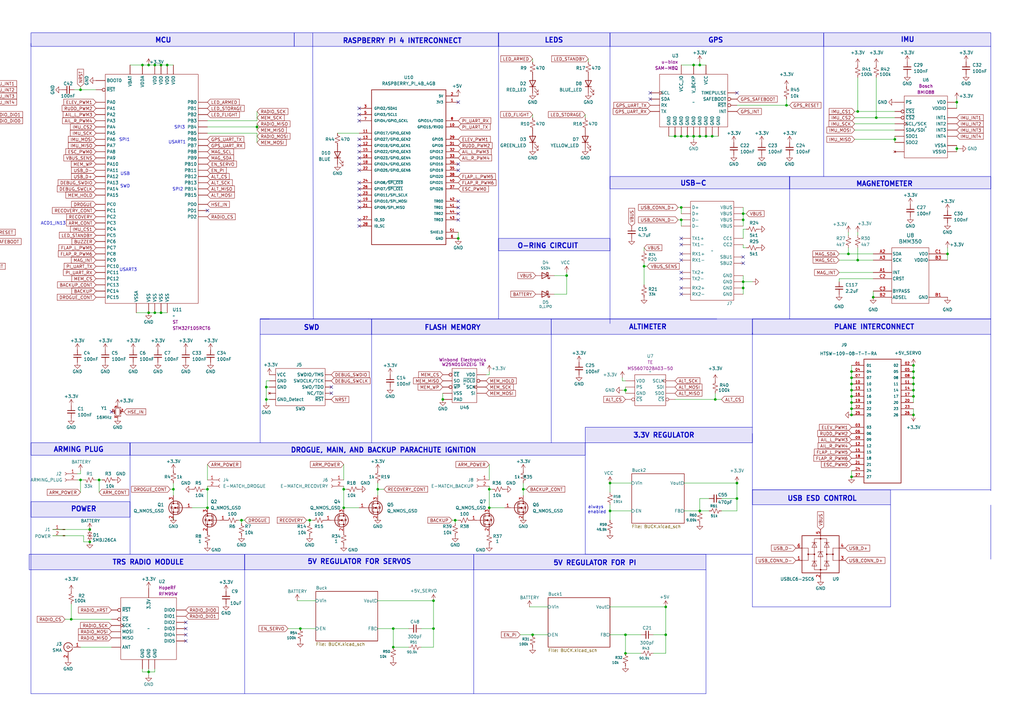
<source format=kicad_sch>
(kicad_sch (version 20250114) (generator "eeschema") (generator_version "9.0")
  (paper "A3")
  (rectangle (start 12.7 205.74) (end 53.34 212.09) (fill (type color) (color 20 0 205 0.11)))
  (rectangle (start 337.82 13.462) (end 406.4 19.05) (fill (type color) (color 20 0 205 0.11)))
  (rectangle (start 204.47 13.462) (end 250.19 19.05) (fill (type color) (color 20 0 205 0.11)))
  (rectangle (start 250.19 72.39) (end 323.85 77.47) (fill (type color) (color 20 0 205 0.11)))
  (rectangle (start 11.938 227.33) (end 100.33 233.68) (fill (type color) (color 20 0 205 0.11)))
  (rectangle (start 194.31 227.33) (end 289.56 233.68) (fill (type color) (color 20 0 205 0.11)))
  (rectangle (start 12.7 13.462) (end 120.65 19.05) (fill (type color) (color 20 0 205 0.11)))
  (rectangle (start 53.34 181.61) (end 240.03 186.69) (fill (type color) (color 20 0 205 0.11)))
  (rectangle (start 250.19 13.462) (end 337.82 19.05) (fill (type color) (color 20 0 205 0.11)))
  (rectangle (start 12.7 181.61) (end 53.34 186.69) (fill (type color) (color 20 0 205 0.11)))
  (rectangle (start 308.61 200.914) (end 365.252 207.01) (fill (type color) (color 20 0 205 0.11)))
  (rectangle (start 308.61 130.81) (end 406.4 137.16) (fill (type color) (color 20 0 205 0.11)))
  (rectangle (start 240.03 175.26) (end 308.61 181.61) (fill (type color) (color 20 0 205 0.11)))
  (rectangle (start 152.4 130.81) (end 226.06 137.16) (fill (type color) (color 20 0 205 0.11)))
  (rectangle (start 106.68 130.81) (end 152.4 137.16) (fill (type color) (color 20 0 205 0.11)))
  (rectangle (start 323.85 72.39) (end 406.4 77.47) (fill (type color) (color 20 0 205 0.11)))
  (rectangle (start 100.33 227.33) (end 194.31 233.68) (fill (type color) (color 20 0 205 0.11)))
  (rectangle (start 226.06 130.81) (end 308.61 137.16) (fill (type color) (color 20 0 205 0.11)))
  (rectangle (start 120.65 13.462) (end 204.47 19.05) (fill (type color) (color 20 0 205 0.11)))
  (rectangle (start 204.47 97.79) (end 250.19 102.87) (fill (type color) (color 20 0 205 0.11)))
  (text "USART1" (at 72.644 58.42 0) (effects (font (size 1.27 1.27))))
  (text "POWER" (at 28.956 210.058 0) (effects (font (size 2 2) (thickness 0.4) (bold yes)) (justify left bottom)))
  (text "TRS RADIO MODULE\n" (at 45.974 231.902 0) (effects (font (size 2 2) (thickness 0.4) (bold yes)) (justify left bottom)))
  (text "USB ESD CONTROL" (at 322.834 205.74 0) (effects (font (size 2 2) (thickness 0.4) (bold yes)) (justify left bottom)))
  (text "USART3\n" (at 52.578 110.744 0) (effects (font (size 1.27 1.27))))
  (text "SWD" (at 124.46 135.636 0) (effects (font (size 2 2) (thickness 0.4) (bold yes)) (justify left bottom)))
  (text "MCU" (at 63.5 17.78 0) (effects (font (size 2 2) (thickness 0.4) (bold yes)) (justify left bottom)))
  (text "PLANE INTERCONNECT" (at 341.884 135.382 0) (effects (font (size 2 2) (thickness 0.4) (bold yes)) (justify left bottom)))
  (text "always \nenabled\n" (at 244.856 209.042 0) (effects (font (size 1.27 1.27))))
  (text "ALTIMETER" (at 257.81 135.382 0) (effects (font (size 2 2) (thickness 0.4) (bold yes)) (justify left bottom)))
  (text "5V REGULATOR FOR SERVOS" (at 125.984 231.648 0) (effects (font (size 2 2) (thickness 0.4) (bold yes)) (justify left bottom)))
  (text "SPI2\n" (at 72.898 77.724 0) (effects (font (size 1.27 1.27))))
  (text "SWD\n" (at 51.308 76.454 0) (effects (font (size 1.27 1.27))))
  (text "O-RING CIRCUIT\n" (at 212.09 102.108 0) (effects (font (size 2 2) (thickness 0.4) (bold yes)) (justify left bottom)))
  (text "GPS" (at 290.322 17.78 0) (effects (font (size 2 2) (thickness 0.4) (bold yes)) (justify left bottom)))
  (text "IMU" (at 369.316 17.526 0) (effects (font (size 2 2) (thickness 0.4) (bold yes)) (justify left bottom)))
  (text "MAGNETOMETER" (at 351.028 76.708 0) (effects (font (size 2 2) (thickness 0.4) (bold yes)) (justify left bottom)))
  (text "FLASH MEMORY" (at 173.99 135.636 0) (effects (font (size 2 2) (thickness 0.4) (bold yes)) (justify left bottom)))
  (text "ARMING PLUG" (at 21.844 185.674 0) (effects (font (size 2 2) (thickness 0.4) (bold yes)) (justify left bottom)))
  (text "RASPBERRY PI 4 INTERCONNECT\n" (at 140.462 18.034 0) (effects (font (size 2 2) (thickness 0.4) (bold yes)) (justify left bottom)))
  (text "SPI1\n" (at 51.054 57.404 0) (effects (font (size 1.27 1.27))))
  (text "USB-C" (at 278.892 76.454 0) (effects (font (size 2 2) (thickness 0.4) (bold yes)) (justify left bottom)))
  (text "USB" (at 51.308 71.374 0) (effects (font (size 1.27 1.27))))
  (text "LEDS\n" (at 223.266 17.78 0) (effects (font (size 2 2) (thickness 0.4) (bold yes)) (justify left bottom)))
  (text "DROGUE, MAIN, AND BACKUP PARACHUTE IGNITION" (at 119.126 185.928 0) (effects (font (size 2 2) (thickness 0.4) (bold yes)) (justify left bottom)))
  (text "5V REGULATOR FOR PI" (at 226.822 232.156 0) (effects (font (size 2 2) (thickness 0.4) (bold yes)) (justify left bottom)))
  (text "SPI3\n" (at 73.66 52.324 0) (effects (font (size 1.27 1.27))))
  (text "ACD1_IN13" (at 21.844 91.694 0) (effects (font (size 1.27 1.27))))
  (text "3.3V REGULATOR\n" (at 259.588 179.832 0) (effects (font (size 2 2) (thickness 0.4) (bold yes)) (justify left bottom)))
  (junction (at 218.44 260.35))
  (junction (at 85.09 200.66))
  (junction (at 40.64 196.85))
  (junction (at 349.25 162.56))
  (junction (at 374.65 157.48))
  (junction (at 250.19 209.55))
  (junction (at 105.41 52.07))
  (junction (at 60.96 275.59))
  (junction (at 256.54 267.97))
  (junction (at 109.22 158.75))
  (junction (at 392.43 60.96))
  (junction (at 281.94 55.88))
  (junction (at 123.19 257.81))
  (junction (at 284.48 55.88))
  (junction (at 349.25 154.94))
  (junction (at 33.02 196.85))
  (junction (at 276.86 55.88))
  (junction (at 351.79 45.72))
  (junction (at 374.65 160.02))
  (junction (at 302.26 198.12))
  (junction (at 287.02 26.67))
  (junction (at 349.25 170.18))
  (junction (at 358.14 121.92))
  (junction (at 349.25 165.1))
  (junction (at 71.12 200.66))
  (junction (at 264.16 109.22))
  (junction (at 36.83 217.17))
  (junction (at 60.96 26.67))
  (junction (at 127 213.36))
  (junction (at 304.8 118.11))
  (junction (at 374.65 170.18))
  (junction (at 200.66 200.66))
  (junction (at 85.09 208.28))
  (junction (at 140.97 208.28))
  (junction (at 322.58 43.18))
  (junction (at 63.5 26.67))
  (junction (at 161.29 265.43))
  (junction (at 374.65 154.94))
  (junction (at 66.04 128.27))
  (junction (at 347.98 104.14))
  (junction (at 302.26 204.47))
  (junction (at 392.43 41.91))
  (junction (at 287.02 209.55))
  (junction (at 109.22 163.83))
  (junction (at 29.21 254))
  (junction (at 161.29 257.81))
  (junction (at 304.8 115.57))
  (junction (at 66.04 26.67))
  (junction (at 186.69 213.36))
  (junction (at 63.5 128.27))
  (junction (at 284.48 26.67))
  (junction (at 292.1 55.88))
  (junction (at 293.37 163.83))
  (junction (at 349.25 195.58))
  (junction (at 33.02 36.83))
  (junction (at 374.65 152.4))
  (junction (at 304.8 87.63))
  (junction (at 349.25 152.4))
  (junction (at 374.65 149.86))
  (junction (at 289.56 55.88))
  (junction (at 256.54 260.35))
  (junction (at 367.03 57.15))
  (junction (at 349.25 167.64))
  (junction (at 349.25 157.48))
  (junction (at 279.4 55.88))
  (junction (at 279.4 85.09))
  (junction (at 60.96 128.27))
  (junction (at 36.83 222.25))
  (junction (at 140.97 200.66))
  (junction (at 250.19 198.12))
  (junction (at 99.06 213.36))
  (junction (at 388.62 104.14))
  (junction (at 359.41 48.26))
  (junction (at 58.42 26.67))
  (junction (at 154.94 200.66))
  (junction (at 187.96 97.79))
  (junction (at 273.05 260.35))
  (junction (at 256.54 160.02))
  (junction (at 177.8 257.81))
  (junction (at 200.66 208.28))
  (junction (at 177.8 246.38))
  (junction (at 287.02 55.88))
  (junction (at 181.61 163.83))
  (junction (at 279.4 90.17))
  (junction (at 304.8 90.17))
  (junction (at 68.58 26.67))
  (junction (at 214.63 200.66))
  (junction (at 351.79 106.68))
  (junction (at 273.05 248.92))
  (junction (at 349.25 160.02))
  (junction (at 232.41 113.03))
  (junction (at 374.65 162.56))
  (no_connect (at 147.32 85.09))
  (no_connect (at 147.32 64.77))
  (no_connect (at 147.32 57.15))
  (no_connect (at 266.7 40.64))
  (no_connect (at 76.2 255.27))
  (no_connect (at 76.2 260.35))
  (no_connect (at 279.4 104.14))
  (no_connect (at 45.72 168.91))
  (no_connect (at 279.4 118.11))
  (no_connect (at 266.7 38.1))
  (no_connect (at 302.26 38.1))
  (no_connect (at 147.32 49.53))
  (no_connect (at 147.32 77.47))
  (no_connect (at 279.4 100.33))
  (no_connect (at 279.4 106.68))
  (no_connect (at 187.96 41.91))
  (no_connect (at 279.4 97.79))
  (no_connect (at 279.4 120.65))
  (no_connect (at 187.96 87.63))
  (no_connect (at 147.32 44.45))
  (no_connect (at 147.32 67.31))
  (no_connect (at 279.4 114.3))
  (no_connect (at 187.96 90.17))
  (no_connect (at 147.32 69.85))
  (no_connect (at 135.89 158.75))
  (no_connect (at 279.4 111.76))
  (no_connect (at 187.96 67.31))
  (no_connect (at 147.32 90.17))
  (no_connect (at 147.32 74.93))
  (no_connect (at 187.96 82.55))
  (no_connect (at 304.8 105.41))
  (no_connect (at 187.96 69.85))
  (no_connect (at 76.2 257.81))
  (no_connect (at 147.32 82.55))
  (no_connect (at 147.32 62.23))
  (no_connect (at 85.09 86.36))
  (no_connect (at 147.32 92.71))
  (no_connect (at 147.32 80.01))
  (no_connect (at 187.96 85.09))
  (no_connect (at 76.2 262.89))
  (no_connect (at 135.89 161.29))
  (no_connect (at 147.32 59.69))
  (no_connect (at 304.8 107.95))
  (no_connect (at 147.32 46.99))
  (wire (pts (xy 66.04 128.27) (xy 68.58 128.27)))
  (wire (pts (xy 256.54 160.02) (xy 256.54 158.75)))
  (wire (pts (xy 392.43 40.64) (xy 392.43 41.91)))
  (wire (pts (xy 302.26 204.47) (xy 302.26 198.12)))
  (wire (pts (xy 256.54 156.21) (xy 255.27 156.21)))
  (wire (pts (xy 392.43 60.96) (xy 392.43 62.23)))
  (wire (pts (xy 186.69 213.36) (xy 185.42 213.36)))
  (wire (pts (xy 367.03 55.88) (xy 367.03 57.15)))
  (wire (pts (xy 347.98 96.52) (xy 347.98 95.25)))
  (wire (pts (xy 359.41 48.26) (xy 350.52 48.26)))
  (wire (pts (xy 63.5 128.27) (xy 66.04 128.27)))
  (wire (pts (xy 60.96 275.59) (xy 60.96 276.86)))
  (wire (pts (xy 349.25 193.04) (xy 349.25 195.58)))
  (wire (pts (xy 215.9 200.66) (xy 214.63 200.66)))
  (polyline (pts (xy 365.252 207.01) (xy 365.252 248.92)))
  (wire (pts (xy 367.03 48.26) (xy 359.41 48.26)))
  (wire (pts (xy 109.22 163.83) (xy 110.49 163.83)))
  (wire (pts (xy 40.64 196.85) (xy 40.64 201.93)))
  (wire (pts (xy 31.75 196.85) (xy 33.02 196.85)))
  (wire (pts (xy 304.8 118.11) (xy 304.8 120.65)))
  (wire (pts (xy 304.8 113.03) (xy 304.8 115.57)))
  (wire (pts (xy 40.64 196.85) (xy 41.91 196.85)))
  (wire (pts (xy 199.39 153.67) (xy 200.66 153.67)))
  (wire (pts (xy 58.42 274.32) (xy 58.42 275.59)))
  (wire (pts (xy 374.65 157.48) (xy 374.65 160.02)))
  (wire (pts (xy 349.25 162.56) (xy 349.25 165.1)))
  (wire (pts (xy 289.56 55.88) (xy 292.1 55.88)))
  (wire (pts (xy 279.4 90.17) (xy 279.4 92.71)))
  (wire (pts (xy 250.19 248.92) (xy 273.05 248.92)))
  (wire (pts (xy 78.74 208.28) (xy 85.09 208.28)))
  (wire (pts (xy 33.02 193.04) (xy 33.02 194.31)))
  (wire (pts (xy 344.17 111.76) (xy 358.14 111.76)))
  (wire (pts (xy 240.03 46.99) (xy 240.03 48.26)))
  (wire (pts (xy 161.29 257.81) (xy 161.29 265.43)))
  (wire (pts (xy 63.5 26.67) (xy 66.04 26.67)))
  (wire (pts (xy 349.25 152.4) (xy 349.25 154.94)))
  (wire (pts (xy 30.48 36.83) (xy 33.02 36.83)))
  (wire (pts (xy 71.12 198.12) (xy 71.12 200.66)))
  (wire (pts (xy 218.44 260.35) (xy 224.79 260.35)))
  (wire (pts (xy 140.97 190.5) (xy 140.97 196.85)))
  (wire (pts (xy 304.8 115.57) (xy 308.61 115.57)))
  (polyline (pts (xy 337.82 13.97) (xy 337.82 72.39)))
  (polyline (pts (xy 106.68 137.16) (xy 106.68 181.61)))
  (wire (pts (xy 140.97 200.66) (xy 140.97 208.28)))
  (polyline (pts (xy 240.03 181.61) (xy 240.03 227.33)))
  (wire (pts (xy 85.09 54.61) (xy 105.41 54.61)))
  (wire (pts (xy 121.92 246.38) (xy 129.54 246.38)))
  (wire (pts (xy 304.8 87.63) (xy 306.07 87.63)))
  (wire (pts (xy 83.82 200.66) (xy 85.09 200.66)))
  (polyline (pts (xy 308.61 130.81) (xy 406.4 130.81)))
  (wire (pts (xy 109.22 158.75) (xy 109.22 156.21)))
  (wire (pts (xy 302.26 43.18) (xy 322.58 43.18)))
  (wire (pts (xy 367.03 57.15) (xy 367.03 58.42)))
  (wire (pts (xy 349.25 154.94) (xy 349.25 157.48)))
  (wire (pts (xy 279.4 85.09) (xy 279.4 87.63)))
  (wire (pts (xy 293.37 163.83) (xy 276.86 163.83)))
  (polyline (pts (xy 152.4 137.16) (xy 152.4 181.61)))
  (wire (pts (xy 392.43 60.96) (xy 393.7 60.96)))
  (wire (pts (xy 276.86 55.88) (xy 279.4 55.88)))
  (polyline (pts (xy 365.252 248.92) (xy 308.61 248.92)))
  (wire (pts (xy 295.91 204.47) (xy 302.26 204.47)))
  (wire (pts (xy 290.83 204.47) (xy 287.02 204.47)))
  (wire (pts (xy 267.97 267.97) (xy 273.05 267.97)))
  (wire (pts (xy 201.93 200.66) (xy 200.66 200.66)))
  (polyline (pts (xy 53.34 227.33) (xy 53.34 181.61)))
  (wire (pts (xy 154.94 198.12) (xy 154.94 200.66)))
  (wire (pts (xy 154.94 257.81) (xy 161.29 257.81)))
  (wire (pts (xy 278.13 85.09) (xy 279.4 85.09)))
  (polyline (pts (xy 204.47 13.335) (xy 204.47 130.81)))
  (wire (pts (xy 351.79 45.72) (xy 350.52 45.72)))
  (wire (pts (xy 304.8 115.57) (xy 304.8 118.11)))
  (wire (pts (xy 187.96 95.25) (xy 187.96 97.79)))
  (wire (pts (xy 278.13 90.17) (xy 279.4 90.17)))
  (wire (pts (xy 388.62 101.6) (xy 388.62 104.14)))
  (wire (pts (xy 287.02 209.55) (xy 290.83 209.55)))
  (wire (pts (xy 53.34 26.67) (xy 58.42 26.67)))
  (wire (pts (xy 287.02 55.88) (xy 289.56 55.88)))
  (wire (pts (xy 264.16 109.22) (xy 264.16 116.84)))
  (wire (pts (xy 105.41 49.53) (xy 105.41 45.72)))
  (wire (pts (xy 267.97 260.35) (xy 273.05 260.35)))
  (wire (pts (xy 347.98 101.6) (xy 347.98 104.14)))
  (wire (pts (xy 154.94 213.36) (xy 154.94 212.09)))
  (wire (pts (xy 33.02 196.85) (xy 34.29 196.85)))
  (wire (pts (xy 154.94 200.66) (xy 154.94 203.2)))
  (wire (pts (xy 142.24 200.66) (xy 140.97 200.66)))
  (wire (pts (xy 232.41 113.03) (xy 232.41 120.65)))
  (wire (pts (xy 374.65 152.4) (xy 374.65 154.94)))
  (polyline (pts (xy 308.61 227.33) (xy 308.61 248.92)))
  (wire (pts (xy 214.63 198.12) (xy 214.63 200.66)))
  (wire (pts (xy 250.19 260.35) (xy 256.54 260.35)))
  (wire (pts (xy 214.63 200.66) (xy 214.63 203.2)))
  (wire (pts (xy 280.67 209.55) (xy 287.02 209.55)))
  (wire (pts (xy 304.8 87.63) (xy 304.8 90.17)))
  (wire (pts (xy 200.66 153.67) (xy 200.66 152.4)))
  (wire (pts (xy 273.05 267.97) (xy 273.05 260.35)))
  (wire (pts (xy 349.25 157.48) (xy 349.25 160.02)))
  (wire (pts (xy 29.21 247.65) (xy 29.21 254)))
  (wire (pts (xy 374.65 160.02) (xy 374.65 162.56)))
  (wire (pts (xy 287.02 204.47) (xy 287.02 209.55)))
  (wire (pts (xy 265.43 109.22) (xy 264.16 109.22)))
  (wire (pts (xy 344.17 114.3) (xy 358.14 114.3)))
  (wire (pts (xy 264.16 102.87) (xy 264.16 101.6)))
  (wire (pts (xy 29.21 254) (xy 45.72 254)))
  (wire (pts (xy 262.89 260.35) (xy 256.54 260.35)))
  (wire (pts (xy 349.25 160.02) (xy 349.25 162.56)))
  (wire (pts (xy 241.3 24.13) (xy 241.3 25.4)))
  (wire (pts (xy 264.16 107.95) (xy 264.16 109.22)))
  (polyline (pts (xy 100.33 227.33) (xy 100.33 284.48)))
  (wire (pts (xy 287.02 26.67) (xy 289.56 26.67)))
  (polyline (pts (xy 323.85 72.39) (xy 323.85 130.81)))
  (polyline (pts (xy 289.56 233.68) (xy 289.56 284.48)))
  (wire (pts (xy 293.37 161.29) (xy 293.37 163.83)))
  (polyline (pts (xy 194.31 232.41) (xy 194.31 284.48)))
  (wire (pts (xy 217.17 248.92) (xy 224.79 248.92)))
  (wire (pts (xy 186.69 213.36) (xy 186.69 214.63)))
  (wire (pts (xy 34.29 219.71) (xy 21.59 219.71)))
  (wire (pts (xy 392.43 59.69) (xy 392.43 60.96)))
  (polyline (pts (xy 194.31 284.48) (xy 289.56 284.48)))
  (wire (pts (xy 109.22 158.75) (xy 110.49 158.75)))
  (polyline (pts (xy 12.7 284.48) (xy 194.31 284.48)))
  (wire (pts (xy 200.66 200.66) (xy 200.66 208.28)))
  (wire (pts (xy 214.63 213.36) (xy 214.63 212.09)))
  (wire (pts (xy 60.96 26.67) (xy 63.5 26.67)))
  (wire (pts (xy 60.96 275.59) (xy 63.5 275.59)))
  (wire (pts (xy 304.8 93.98) (xy 304.8 97.79)))
  (wire (pts (xy 147.32 208.28) (xy 140.97 208.28)))
  (wire (pts (xy 274.32 55.88) (xy 276.86 55.88)))
  (wire (pts (xy 58.42 275.59) (xy 60.96 275.59)))
  (wire (pts (xy 295.91 163.83) (xy 293.37 163.83)))
  (polyline (pts (xy 406.4 200.914) (xy 308.61 200.914)))
  (wire (pts (xy 21.59 217.17) (xy 36.83 217.17)))
  (wire (pts (xy 105.41 54.61) (xy 105.41 58.42)))
  (polyline (pts (xy 151.13 130.81) (xy 294.005 130.81)))
  (wire (pts (xy 292.1 55.88) (xy 294.64 55.88)))
  (wire (pts (xy 255.27 156.21) (xy 255.27 154.94)))
  (wire (pts (xy 105.41 50.8) (xy 105.41 52.07)))
  (wire (pts (xy 218.44 46.99) (xy 218.44 48.26)))
  (wire (pts (xy 60.96 128.27) (xy 63.5 128.27)))
  (wire (pts (xy 99.06 213.36) (xy 100.33 213.36)))
  (wire (pts (xy 109.22 156.21) (xy 110.49 156.21)))
  (polyline (pts (xy 308.61 177.8) (xy 308.61 227.33)))
  (wire (pts (xy 85.09 52.07) (xy 105.41 52.07)))
  (wire (pts (xy 218.44 24.13) (xy 218.44 25.4)))
  (wire (pts (xy 250.19 198.12) (xy 250.19 201.93)))
  (polyline (pts (xy 226.06 137.16) (xy 226.06 181.61)))
  (polyline (pts (xy 250.19 19.05) (xy 250.19 132.715)))
  (wire (pts (xy 279.4 55.88) (xy 281.94 55.88)))
  (wire (pts (xy 349.25 165.1) (xy 349.25 167.64)))
  (wire (pts (xy 85.09 190.5) (xy 85.09 196.85)))
  (wire (pts (xy 26.67 254) (xy 29.21 254)))
  (wire (pts (xy 34.29 219.71) (xy 34.29 222.25)))
  (wire (pts (xy 374.65 162.56) (xy 374.65 165.1)))
  (wire (pts (xy 304.8 85.09) (xy 304.8 87.63)))
  (wire (pts (xy 140.97 199.39) (xy 140.97 200.66)))
  (wire (pts (xy 367.03 53.34) (xy 350.52 53.34)))
  (wire (pts (xy 347.98 104.14) (xy 358.14 104.14)))
  (wire (pts (xy 284.48 55.88) (xy 287.02 55.88)))
  (wire (pts (xy 172.72 265.43) (xy 177.8 265.43)))
  (wire (pts (xy 367.03 45.72) (xy 351.79 45.72)))
  (wire (pts (xy 351.79 31.75) (xy 351.79 45.72)))
  (wire (pts (xy 161.29 265.43) (xy 167.64 265.43)))
  (wire (pts (xy 85.09 199.39) (xy 85.09 200.66)))
  (wire (pts (xy 227.33 120.65) (xy 232.41 120.65)))
  (wire (pts (xy 154.94 246.38) (xy 177.8 246.38)))
  (wire (pts (xy 127 213.36) (xy 127 214.63)))
  (wire (pts (xy 359.41 31.75) (xy 359.41 48.26)))
  (polyline (pts (xy 240.03 227.33) (xy 308.61 227.33)))
  (wire (pts (xy 392.43 41.91) (xy 392.43 44.45)))
  (wire (pts (xy 85.09 200.66) (xy 85.09 208.28)))
  (wire (pts (xy 304.8 101.6) (xy 304.8 100.33)))
  (polyline (pts (xy 406.4 137.16) (xy 406.4 201.295)))
  (wire (pts (xy 374.65 154.94) (xy 374.65 157.48)))
  (wire (pts (xy 349.25 149.86) (xy 349.25 152.4)))
  (wire (pts (xy 207.01 208.28) (xy 200.66 208.28)))
  (polyline (pts (xy 308.61 136.525) (xy 308.61 175.26)))
  (wire (pts (xy 281.94 55.88) (xy 284.48 55.88)))
  (polyline (pts (xy 406.4 19.05) (xy 406.4 130.81)))
  (wire (pts (xy 344.17 106.68) (xy 351.79 106.68)))
  (wire (pts (xy 304.8 101.6) (xy 306.07 101.6)))
  (wire (pts (xy 58.42 26.67) (xy 60.96 26.67)))
  (wire (pts (xy 367.03 50.8) (xy 350.52 50.8)))
  (wire (pts (xy 213.36 260.35) (xy 218.44 260.35)))
  (wire (pts (xy 97.79 213.36) (xy 99.06 213.36)))
  (wire (pts (xy 287.02 26.67) (xy 284.48 26.67)))
  (wire (pts (xy 351.79 101.6) (xy 351.79 106.68)))
  (wire (pts (xy 273.05 260.35) (xy 273.05 248.92)))
  (wire (pts (xy 66.04 26.67) (xy 68.58 26.67)))
  (wire (pts (xy 287.02 26.67) (xy 287.02 25.4)))
  (wire (pts (xy 99.06 213.36) (xy 99.06 214.63)))
  (wire (pts (xy 71.12 213.36) (xy 71.12 212.09)))
  (wire (pts (xy 167.64 257.81) (xy 161.29 257.81)))
  (wire (pts (xy 256.54 160.02) (xy 255.27 160.02)))
  (wire (pts (xy 304.8 90.17) (xy 304.8 92.71)))
  (wire (pts (xy 187.96 213.36) (xy 186.69 213.36)))
  (wire (pts (xy 200.66 199.39) (xy 200.66 200.66)))
  (wire (pts (xy 138.43 54.61) (xy 147.32 54.61)))
  (polyline (pts (xy 12.7 17.78) (xy 12.7 284.48)))
  (wire (pts (xy 60.96 274.32) (xy 60.96 275.59)))
  (wire (pts (xy 68.58 26.67) (xy 71.12 26.67)))
  (wire (pts (xy 295.91 209.55) (xy 302.26 209.55)))
  (wire (pts (xy 256.54 267.97) (xy 262.89 267.97)))
  (wire (pts (xy 33.02 196.85) (xy 33.02 201.93)))
  (wire (pts (xy 351.79 106.68) (xy 358.14 106.68)))
  (wire (pts (xy 322.58 40.64) (xy 322.58 43.18)))
  (wire (pts (xy 374.65 149.86) (xy 374.65 152.4)))
  (wire (pts (xy 125.73 213.36) (xy 127 213.36)))
  (wire (pts (xy 279.4 26.67) (xy 284.48 26.67)))
  (wire (pts (xy 344.17 115.57) (xy 344.17 114.3)))
  (wire (pts (xy 256.54 161.29) (xy 256.54 160.02)))
  (wire (pts (xy 172.72 257.81) (xy 177.8 257.81)))
  (wire (pts (xy 157.48 200.66) (xy 154.94 200.66)))
  (wire (pts (xy 304.8 93.98) (xy 306.07 93.98)))
  (wire (pts (xy 256.54 260.35) (xy 256.54 267.97)))
  (wire (pts (xy 250.19 207.01) (xy 250.19 209.55)))
  (wire (pts (xy 284.48 55.88) (xy 284.48 57.15)))
  (wire (pts (xy 127 213.36) (xy 128.27 213.36)))
  (wire (pts (xy 39.37 196.85) (xy 40.64 196.85)))
  (wire (pts (xy 71.12 200.66) (xy 71.12 203.2)))
  (wire (pts (xy 302.26 198.12) (xy 280.67 198.12)))
  (wire (pts (xy 250.19 198.12) (xy 259.08 198.12)))
  (wire (pts (xy 351.79 96.52) (xy 351.79 95.25)))
  (wire (pts (xy 232.41 111.76) (xy 232.41 113.03)))
  (wire (pts (xy 181.61 163.83) (xy 181.61 161.29)))
  (wire (pts (xy 33.02 265.43) (xy 45.72 265.43)))
  (wire (pts (xy 250.19 209.55) (xy 250.19 213.36)))
  (wire (pts (xy 350.52 57.15) (xy 367.03 57.15)))
  (wire (pts (xy 388.62 104.14) (xy 388.62 106.68)))
  (wire (pts (xy 344.17 104.14) (xy 347.98 104.14)))
  (wire (pts (xy 105.41 52.07) (xy 105.41 53.34)))
  (wire (pts (xy 63.5 275.59) (xy 63.5 274.32)))
  (wire (pts (xy 302.26 209.55) (xy 302.26 204.47)))
  (wire (pts (xy 118.11 257.81) (xy 123.19 257.81)))
  (wire (pts (xy 177.8 265.43) (xy 177.8 257.81)))
  (wire (pts (xy 259.08 209.55) (xy 250.19 209.55)))
  (wire (pts (xy 358.14 119.38) (xy 358.14 121.92)))
  (wire (pts (xy 55.88 128.27) (xy 60.96 128.27)))
  (wire (pts (xy 227.33 113.03) (xy 232.41 113.03)))
  (wire (pts (xy 34.29 222.25) (xy 36.83 222.25)))
  (wire (pts (xy 33.02 194.31) (xy 31.75 194.31)))
  (wire (pts (xy 349.25 167.64) (xy 349.25 170.18)))
  (wire (pts (xy 85.09 49.53) (xy 105.41 49.53)))
  (wire (pts (xy 374.65 170.18) (xy 374.65 167.64)))
  (wire (pts (xy 33.02 36.83) (xy 39.37 36.83)))
  (wire (pts (xy 109.22 163.83) (xy 109.22 165.1)))
  (wire (pts (xy 123.19 257.81) (xy 129.54 257.81)))
  (wire (pts (xy 33.02 35.56) (xy 33.02 36.83)))
  (polyline (pts (xy 128.27 13.462) (xy 128.524 130.81)))
  (wire (pts (xy 177.8 257.81) (xy 177.8 246.38)))
  (wire (pts (xy 323.85 43.18) (xy 322.58 43.18)))
  (polyline (pts (xy 406.4 207.1371) (xy 406.4 229.362)))
  (polyline (pts (xy 106.68 130.81) (xy 151.13 130.81)))
  (wire (pts (xy 69.85 200.66) (xy 71.12 200.66)))
  (wire (pts (xy 200.66 190.5) (xy 200.66 196.85)))
  (wire (pts (xy 109.22 163.83) (xy 109.22 158.75)))
  (polyline (pts (xy 106.68 130.81) (xy 110.49 130.81)))
  (global_label "PI_UART_RX" (shape input) (at 39.37 111.76 180) (property "Intersheetrefs" "${INTERSHEET_REFS}" (effects (hide yes))))
  (global_label "MEM_CS" (shape input) (at 181.61 153.67 180) (property "Intersheetrefs" "${INTERSHEET_REFS}" (effects (hide yes))))
  (global_label "USB_CONN_D-" (shape input) (at 278.13 90.17 180) (property "Intersheetrefs" "${INTERSHEET_REFS}" (effects (hide yes))))
  (global_label "GPS_SAFEBOOT" (shape input) (at 302.26 40.64 0) (property "Intersheetrefs" "${INTERSHEET_REFS}" (effects (hide yes))))
  (global_label "IMU_INT1" (shape input) (at -4.064 34.29 0) (property "Intersheetrefs" "${INTERSHEET_REFS}" (effects (hide yes))))
  (global_label "LED_ARMED" (shape input) (at 85.09 41.91 0) (property "Intersheetrefs" "${INTERSHEET_REFS}" (effects (hide yes))))
  (global_label "RADIO_MOSI" (shape input) (at 45.72 259.08 180) (property "Intersheetrefs" "${INTERSHEET_REFS}" (effects (hide yes))))
  (global_label "MEM_CS" (shape input) (at 39.37 114.3 180) (property "Intersheetrefs" "${INTERSHEET_REFS}" (effects (hide yes))))
  (global_label "RADIO_MOSI" (shape input) (at 105.41 55.88 0) (property "Intersheetrefs" "${INTERSHEET_REFS}" (effects (hide yes))))
  (global_label "ALT_MISO" (shape input) (at 276.86 161.29 0) (property "Intersheetrefs" "${INTERSHEET_REFS}" (effects (hide yes))))
  (global_label "FLAP_L_PWM5" (shape input) (at 187.96 72.39 0) (property "Intersheetrefs" "${INTERSHEET_REFS}" (effects (hide yes))))
  (global_label "MAG_SCL" (shape input) (at 344.17 106.68 180) (property "Intersheetrefs" "${INTERSHEET_REFS}" (effects (hide yes))))
  (global_label "ALT_CS" (shape input) (at 85.09 72.39 0) (property "Intersheetrefs" "${INTERSHEET_REFS}" (effects (hide yes))))
  (global_label "RECOVERY_CONT" (shape input) (at 157.48 200.66 0) (property "Intersheetrefs" "${INTERSHEET_REFS}" (effects (hide yes))))
  (global_label "GPS_SAFEBOOT" (shape input) (at -7.874 99.06 0) (property "Intersheetrefs" "${INTERSHEET_REFS}" (effects (hide yes))))
  (global_label "RECOVERY" (shape input) (at 125.73 213.36 180) (property "Intersheetrefs" "${INTERSHEET_REFS}" (effects (hide yes))))
  (global_label "MAG_SDA" (shape input) (at 85.09 64.77 0) (property "Intersheetrefs" "${INTERSHEET_REFS}" (effects (hide yes))))
  (global_label "IMU_INT2" (shape input) (at 392.43 50.8 0) (property "Intersheetrefs" "${INTERSHEET_REFS}" (effects (hide yes))))
  (global_label "BACKUP_CONT" (shape input) (at 39.37 116.84 180) (property "Intersheetrefs" "${INTERSHEET_REFS}" (effects (hide yes))))
  (global_label "ALT_CS" (shape input) (at 295.91 163.83 0) (property "Intersheetrefs" "${INTERSHEET_REFS}" (effects (hide yes))))
  (global_label "IMU_INT4" (shape input) (at -4.064 41.91 0) (property "Intersheetrefs" "${INTERSHEET_REFS}" (effects (hide yes))))
  (global_label "ARM_POWER" (shape input) (at 140.97 190.5 180) (property "Intersheetrefs" "${INTERSHEET_REFS}" (effects (hide yes))))
  (global_label "ARM_CONT" (shape input) (at 39.37 91.44 180) (property "Intersheetrefs" "${INTERSHEET_REFS}" (effects (hide yes))))
  (global_label "FLAP_R_PWM6" (shape input) (at 187.96 74.93 0) (property "Intersheetrefs" "${INTERSHEET_REFS}" (effects (hide yes))))
  (global_label "IMU_INT4" (shape input) (at 392.43 55.88 0) (property "Intersheetrefs" "${INTERSHEET_REFS}" (effects (hide yes))))
  (global_label "DEBUG_SWCLK" (shape input) (at 135.89 156.21 0) (property "Intersheetrefs" "${INTERSHEET_REFS}" (effects (hide yes))))
  (global_label "RUDD_PWM2" (shape input) (at 349.25 177.8 180) (property "Intersheetrefs" "${INTERSHEET_REFS}" (effects (hide yes))))
  (global_label "BACKUP_CONT" (shape input) (at 215.9 200.66 0) (property "Intersheetrefs" "${INTERSHEET_REFS}" (effects (hide yes))))
  (global_label "VBUS" (shape input) (at 219.71 113.03 180) (property "Intersheetrefs" "${INTERSHEET_REFS}" (effects (hide yes))))
  (global_label "LED_STORAGE" (shape input) (at 240.03 46.99 180) (property "Intersheetrefs" "${INTERSHEET_REFS}" (effects (hide yes))))
  (global_label "IMU_CS1" (shape input) (at 350.52 45.72 180) (property "Intersheetrefs" "${INTERSHEET_REFS}" (effects (hide yes))))
  (global_label "ESC_PWM0" (shape input) (at 187.96 77.47 0) (property "Intersheetrefs" "${INTERSHEET_REFS}" (effects (hide yes))))
  (global_label "BATTERY" (shape input) (at 219.71 120.65 180) (property "Intersheetrefs" "${INTERSHEET_REFS}" (effects (hide yes))))
  (global_label "FLAP_L_PWM5" (shape input) (at 349.25 185.42 180) (property "Intersheetrefs" "${INTERSHEET_REFS}" (effects (hide yes))))
  (global_label "MEM_SCK" (shape input) (at 199.39 158.75 0) (property "Intersheetrefs" "${INTERSHEET_REFS}" (effects (hide yes))))
  (global_label "RADIO_MISO" (shape input) (at 105.41 50.8 0) (property "Intersheetrefs" "${INTERSHEET_REFS}" (effects (hide yes))))
  (global_label "GPS_INT" (shape input) (at -7.874 109.22 0) (property "Intersheetrefs" "${INTERSHEET_REFS}" (effects (hide yes))))
  (global_label "LED_FLIGHT" (shape input) (at 218.44 46.99 180) (property "Intersheetrefs" "${INTERSHEET_REFS}" (effects (hide yes))))
  (global_label "RADIO_DIO0" (shape input) (at -4.064 49.53 0) (property "Intersheetrefs" "${INTERSHEET_REFS}" (effects (hide yes))))
  (global_label "LED_FLIGHT" (shape input) (at 85.09 46.99 0) (property "Intersheetrefs" "${INTERSHEET_REFS}" (effects (hide yes))))
  (global_label "RUDD_PWM2" (shape input) (at 39.37 44.45 180) (property "Intersheetrefs" "${INTERSHEET_REFS}" (effects (hide yes))))
  (global_label "MEM_SCK" (shape input) (at 105.41 48.26 0) (property "Intersheetrefs" "${INTERSHEET_REFS}" (effects (hide yes))))
  (global_label "GPS_INT" (shape input) (at 302.26 45.72 0) (property "Intersheetrefs" "${INTERSHEET_REFS}" (effects (hide yes))))
  (global_label "MEM_MISO" (shape input) (at 181.61 156.21 180) (property "Intersheetrefs" "${INTERSHEET_REFS}" (effects (hide yes))))
  (global_label "USB_CONN_D+" (shape input) (at 346.71 229.87 0) (property "Intersheetrefs" "${INTERSHEET_REFS}" (effects (hide yes))))
  (global_label "MEM_MOSI" (shape input) (at 199.39 161.29 0) (property "Intersheetrefs" "${INTERSHEET_REFS}" (effects (hide yes))))
  (global_label "GPS_RESET" (shape input) (at -6.604 95.25 0) (property "Intersheetrefs" "${INTERSHEET_REFS}" (effects (hide yes))))
  (global_label "FLAP_R_PWM6" (shape input) (at 39.37 104.14 180) (property "Intersheetrefs" "${INTERSHEET_REFS}" (effects (hide yes))))
  (global_label "EN_SERVO" (shape input) (at 118.11 257.81 180) (property "Intersheetrefs" "${INTERSHEET_REFS}" (effects (hide yes))))
  (global_label "AIL_L_PWM3" (shape input) (at 349.25 180.34 180) (property "Intersheetrefs" "${INTERSHEET_REFS}" (effects (hide yes))))
  (global_label "VBUS" (shape input) (at 259.08 92.71 90) (property "Intersheetrefs" "${INTERSHEET_REFS}" (effects (hide yes))))
  (global_label "MAG_SCL" (shape input) (at 85.09 62.23 0) (property "Intersheetrefs" "${INTERSHEET_REFS}" (effects (hide yes))))
  (global_label "GPS_UART_TX" (shape input) (at 266.7 43.18 180) (property "Intersheetrefs" "${INTERSHEET_REFS}" (effects (hide yes))))
  (global_label "VBUS" (shape input) (at 336.55 217.17 90) (property "Intersheetrefs" "${INTERSHEET_REFS}" (effects (hide yes))))
  (global_label "IMU_MISO" (shape input) (at 39.37 59.69 180) (property "Intersheetrefs" "${INTERSHEET_REFS}" (effects (hide yes))))
  (global_label "EN_PI" (shape input) (at 213.36 260.35 180) (property "Intersheetrefs" "${INTERSHEET_REFS}" (effects (hide yes))))
  (global_label "AIL_L_PWM3" (shape input) (at 39.37 46.99 180) (property "Intersheetrefs" "${INTERSHEET_REFS}" (effects (hide yes))))
  (global_label "PI_UART_TX" (shape input) (at 187.96 52.07 0) (property "Intersheetrefs" "${INTERSHEET_REFS}" (effects (hide yes))))
  (global_label "ALT_CS" (shape input) (at 256.54 163.83 180) (property "Intersheetrefs" "${INTERSHEET_REFS}" (effects (hide yes))))
  (global_label "ELEV_PWM1" (shape input) (at 349.25 175.26 180) (property "Intersheetrefs" "${INTERSHEET_REFS}" (effects (hide yes))))
  (global_label "MEM_WP" (shape input) (at 181.61 158.75 180) (property "Intersheetrefs" "${INTERSHEET_REFS}" (effects (hide yes))))
  (global_label "DROGUE_CONT" (shape input) (at 39.37 121.92 180) (property "Intersheetrefs" "${INTERSHEET_REFS}" (effects (hide yes))))
  (global_label "ALT_MISO" (shape input) (at 85.09 77.47 0) (property "Intersheetrefs" "${INTERSHEET_REFS}" (effects (hide yes))))
  (global_label "LED_STANDBY" (shape input) (at 241.3 24.13 180) (property "Intersheetrefs" "${INTERSHEET_REFS}" (effects (hide yes))))
  (global_label "IMU_SCK" (shape input) (at 39.37 54.61 180) (property "Intersheetrefs" "${INTERSHEET_REFS}" (effects (hide yes))))
  (global_label "RADIO_DIO1" (shape input) (at 76.2 252.73 0) (property "Intersheetrefs" "${INTERSHEET_REFS}" (effects (hide yes))))
  (global_label "GPS_UART_TX" (shape input) (at 85.09 57.15 0) (property "Intersheetrefs" "${INTERSHEET_REFS}" (effects (hide yes))))
  (global_label "ARM_POWER" (shape input) (at 33.02 201.93 180) (property "Intersheetrefs" "${INTERSHEET_REFS}" (effects (hide yes))))
  (global_label "IMU_INT3" (shape input) (at 392.43 53.34 0) (property "Intersheetrefs" "${INTERSHEET_REFS}" (effects (hide yes))))
  (global_label "EN_PI" (shape input) (at 85.09 69.85 0) (property "Intersheetrefs" "${INTERSHEET_REFS}" (effects (hide yes))))
  (global_label "RADIO_SCK" (shape input) (at 105.41 45.72 0) (property "Intersheetrefs" "${INTERSHEET_REFS}" (effects (hide yes))))
  (global_label "ELEV_PWM1" (shape input) (at 187.96 57.15 0) (property "Intersheetrefs" "${INTERSHEET_REFS}" (effects (hide yes))))
  (global_label "GPS_UART_RX" (shape input) (at 266.7 45.72 180) (property "Intersheetrefs" "${INTERSHEET_REFS}" (effects (hide yes))))
  (global_label "NRST" (shape input) (at 135.89 163.83 0) (property "Intersheetrefs" "${INTERSHEET_REFS}" (effects (hide yes))))
  (global_label "USB_D+" (shape input) (at 346.71 224.79 0) (property "Intersheetrefs" "${INTERSHEET_REFS}" (effects (hide yes))))
  (global_label "IMU_INT2" (shape input) (at -4.064 36.83 0) (property "Intersheetrefs" "${INTERSHEET_REFS}" (effects (hide yes))))
  (global_label "RECOVERY_CONT" (shape input) (at 39.37 86.36 180) (property "Intersheetrefs" "${INTERSHEET_REFS}" (effects (hide yes))))
  (global_label "GPS_UART_RX" (shape input) (at 85.09 59.69 0) (property "Intersheetrefs" "${INTERSHEET_REFS}" (effects (hide yes))))
  (global_label "NRST" (shape input) (at 33.02 35.56 90) (property "Intersheetrefs" "${INTERSHEET_REFS}" (effects (hide yes))))
  (global_label "LED_ARMED" (shape input) (at 218.44 24.13 180) (property "Intersheetrefs" "${INTERSHEET_REFS}" (effects (hide yes))))
  (global_label "LED_STANDBY" (shape input) (at 39.37 96.52 180) (property "Intersheetrefs" "${INTERSHEET_REFS}" (effects (hide yes))))
  (global_label "MEM_WP" (shape input) (at 39.37 67.31 180) (property "Intersheetrefs" "${INTERSHEET_REFS}" (effects (hide yes))))
  (global_label "AIL_R_PWM4" (shape input) (at 187.96 64.77 0) (property "Intersheetrefs" "${INTERSHEET_REFS}" (effects (hide yes))))
  (global_label "MEM_HOLD" (shape input) (at 39.37 80.01 180) (property "Intersheetrefs" "${INTERSHEET_REFS}" (effects (hide yes))))
  (global_label "ALT_MOSI" (shape input) (at 85.09 80.01 0) (property "Intersheetrefs" "${INTERSHEET_REFS}" (effects (hide yes))))
  (global_label "HSE_IN" (shape input) (at 50.8 168.91 0) (property "Intersheetrefs" "${INTERSHEET_REFS}" (effects (hide yes))))
  (global_label "ALT_MOSI" (shape input) (at 276.86 158.75 0) (property "Intersheetrefs" "${INTERSHEET_REFS}" (effects (hide yes))))
  (global_label "ARM_CONT" (shape input) (at 40.64 201.93 0) (property "Intersheetrefs" "${INTERSHEET_REFS}" (effects (hide yes))))
  (global_label "IMU_MOSI" (shape input) (at 350.52 53.34 180) (property "Intersheetrefs" "${INTERSHEET_REFS}" (effects (hide yes))))
  (global_label "IMU_CS1" (shape input) (at 39.37 93.98 180) (property "Intersheetrefs" "${INTERSHEET_REFS}" (effects (hide yes))))
  (global_label "FLAP_R_PWM6" (shape input) (at 349.25 187.96 180) (property "Intersheetrefs" "${INTERSHEET_REFS}" (effects (hide yes))))
  (global_label "BACKUP" (shape input) (at 39.37 119.38 180) (property "Intersheetrefs" "${INTERSHEET_REFS}" (effects (hide yes))))
  (global_label "RECOVERY" (shape input) (at 39.37 88.9 180) (property "Intersheetrefs" "${INTERSHEET_REFS}" (effects (hide yes))))
  (global_label "DROGUE" (shape input) (at 100.33 213.36 0) (property "Intersheetrefs" "${INTERSHEET_REFS}" (effects (hide yes))))
  (global_label "RADIO_DIO0" (shape input) (at 76.2 250.19 0) (property "Intersheetrefs" "${INTERSHEET_REFS}" (effects (hide yes))))
  (global_label "IMU_MOSI" (shape input) (at 39.37 57.15 180) (property "Intersheetrefs" "${INTERSHEET_REFS}" (effects (hide yes))))
  (global_label "VBUS" (shape input) (at 306.07 87.63 0) (property "Intersheetrefs" "${INTERSHEET_REFS}" (effects (hide yes))))
  (global_label "PI_UART_TX" (shape input) (at 39.37 109.22 180) (property "Intersheetrefs" "${INTERSHEET_REFS}" (effects (hide yes))))
  (global_label "DEBUG_SWDIO" (shape input) (at 135.89 153.67 0) (property "Intersheetrefs" "${INTERSHEET_REFS}" (effects (hide yes))))
  (global_label "LED_STORAGE" (shape input) (at 85.09 44.45 0) (property "Intersheetrefs" "${INTERSHEET_REFS}" (effects (hide yes))))
  (global_label "AIL_R_PWM4" (shape input) (at 349.25 182.88 180) (property "Intersheetrefs" "${INTERSHEET_REFS}" (effects (hide yes))))
  (global_label "VBUS_SENS" (shape input) (at 39.37 64.77 180) (property "Intersheetrefs" "${INTERSHEET_REFS}" (effects (hide yes))))
  (global_label "USB_D-" (shape input) (at 326.39 224.79 180) (property "Intersheetrefs" "${INTERSHEET_REFS}" (effects (hide yes))))
  (global_label "MAG_SDA" (shape input) (at 344.17 104.14 180) (property "Intersheetrefs" "${INTERSHEET_REFS}" (effects (hide yes))))
  (global_label "ESC_PWM0" (shape input) (at 349.25 190.5 180) (property "Intersheetrefs" "${INTERSHEET_REFS}" (effects (hide yes))))
  (global_label "BACKUP" (shape input) (at 185.42 213.36 180) (property "Intersheetrefs" "${INTERSHEET_REFS}" (effects (hide yes))))
  (global_label "ARM_POWER" (shape input) (at 200.66 190.5 180) (property "Intersheetrefs" "${INTERSHEET_REFS}" (effects (hide yes))))
  (global_label "USB_CONN_D-" (shape input) (at 326.39 229.87 180) (property "Intersheetrefs" "${INTERSHEET_REFS}" (effects (hide yes))))
  (global_label "AIL_L_PWM3" (shape input) (at 187.96 62.23 0) (property "Intersheetrefs" "${INTERSHEET_REFS}" (effects (hide yes))))
  (global_label "MAG_INT" (shape input) (at 39.37 106.68 180) (property "Intersheetrefs" "${INTERSHEET_REFS}" (effects (hide yes))))
  (global_label "RADIO_DIO1" (shape input) (at -4.064 46.99 0) (property "Intersheetrefs" "${INTERSHEET_REFS}" (effects (hide yes))))
  (global_label "DROGUE" (shape input) (at 39.37 83.82 180) (property "Intersheetrefs" "${INTERSHEET_REFS}" (effects (hide yes))))
  (global_label "RADIO_MISO" (shape input) (at 45.72 261.62 180) (property "Intersheetrefs" "${INTERSHEET_REFS}" (effects (hide yes))))
  (global_label "HSE_IN" (shape input) (at 85.09 83.82 0) (property "Intersheetrefs" "${INTERSHEET_REFS}" (effects (hide yes))))
  (global_label "USB_D-" (shape input) (at 39.37 69.85 180) (property "Intersheetrefs" "${INTERSHEET_REFS}" (effects (hide yes))))
  (global_label "DROGUE_CONT" (shape input) (at 69.85 200.66 180) (property "Intersheetrefs" "${INTERSHEET_REFS}" (effects (hide yes))))
  (global_label "RUDD_PWM2" (shape input) (at 187.96 59.69 0) (property "Intersheetrefs" "${INTERSHEET_REFS}" (effects (hide yes))))
  (global_label "IMU_CS2" (shape input) (at 39.37 52.07 180) (property "Intersheetrefs" "${INTERSHEET_REFS}" (effects (hide yes))))
  (global_label "VBUS" (shape input) (at 264.16 101.6 0) (property "Intersheetrefs" "${INTERSHEET_REFS}" (effects (hide yes))))
  (global_label "RADIO_CS" (shape input) (at 26.67 254 180) (property "Intersheetrefs" "${INTERSHEET_REFS}" (effects (hide yes))))
  (global_label "PI_UART_RX" (shape input) (at 187.96 49.53 0) (property "Intersheetrefs" "${INTERSHEET_REFS}" (effects (hide yes))))
  (global_label "USB_D+" (shape input) (at 39.37 72.39 180) (property "Intersheetrefs" "${INTERSHEET_REFS}" (effects (hide yes))))
  (global_label "IMU_INT1" (shape input) (at 392.43 48.26 0) (property "Intersheetrefs" "${INTERSHEET_REFS}" (effects (hide yes))))
  (global_label "ALT_SCK" (shape input) (at 276.86 156.21 0) (property "Intersheetrefs" "${INTERSHEET_REFS}" (effects (hide yes))))
  (global_label "BUZZER" (shape input) (at 39.37 99.06 180) (property "Intersheetrefs" "${INTERSHEET_REFS}" (effects (hide yes))))
  (global_label "MAG_INT" (shape input) (at 344.17 111.76 180) (property "Intersheetrefs" "${INTERSHEET_REFS}" (effects (hide yes))))
  (global_label "MEM_MOSI" (shape input) (at 105.41 58.42 0) (property "Intersheetrefs" "${INTERSHEET_REFS}" (effects (hide yes))))
  (global_label "MEM_MISO" (shape input) (at 105.41 53.34 0) (property "Intersheetrefs" "${INTERSHEET_REFS}" (effects (hide yes))))
  (global_label "ARM_POWER" (shape input) (at 85.09 190.5 0) (property "Intersheetrefs" "${INTERSHEET_REFS}" (effects (hide yes))))
  (global_label "EN_SERVO" (shape input) (at 85.09 67.31 0) (property "Intersheetrefs" "${INTERSHEET_REFS}" (effects (hide yes))))
  (global_label "GPS_RESET" (shape input) (at 323.85 43.18 0) (property "Intersheetrefs" "${INTERSHEET_REFS}" (effects (hide yes))))
  (global_label "IMU_SCK" (shape input) (at 350.52 50.8 180) (property "Intersheetrefs" "${INTERSHEET_REFS}" (effects (hide yes))))
  (global_label "DEBUG_SWCLK" (shape input) (at 39.37 77.47 180) (property "Intersheetrefs" "${INTERSHEET_REFS}" (effects (hide yes))))
  (global_label "RADIO_CS" (shape input) (at 85.09 88.9 0) (property "Intersheetrefs" "${INTERSHEET_REFS}" (effects (hide yes))))
  (global_label "ALT_SCK" (shape input) (at 85.09 74.93 0) (property "Intersheetrefs" "${INTERSHEET_REFS}" (effects (hide yes))))
  (global_label "MEM_HOLD" (shape input) (at 199.39 156.21 0) (property "Intersheetrefs" "${INTERSHEET_REFS}" (effects (hide yes))))
  (global_label "AIL_R_PWM4" (shape input) (at 39.37 49.53 180) (property "Intersheetrefs" "${INTERSHEET_REFS}" (effects (hide yes))))
  (global_label "RADIO_SCK" (shape input) (at 45.72 256.54 180) (property "Intersheetrefs" "${INTERSHEET_REFS}" (effects (hide yes))))
  (global_label "VBUS_SENS" (shape input) (at 265.43 109.22 0) (property "Intersheetrefs" "${INTERSHEET_REFS}" (effects (hide yes))))
  (global_label "IMU_CS2" (shape input) (at 350.52 48.26 180) (property "Intersheetrefs" "${INTERSHEET_REFS}" (effects (hide yes))))
  (global_label "ESC_PWM0" (shape input) (at 39.37 62.23 180) (property "Intersheetrefs" "${INTERSHEET_REFS}" (effects (hide yes))))
  (global_label "USB_CONN_D+" (shape input) (at 278.13 85.09 180) (property "Intersheetrefs" "${INTERSHEET_REFS}" (effects (hide yes))))
  (global_label "DEBUG_SWDIO" (shape input) (at 39.37 74.93 180) (property "Intersheetrefs" "${INTERSHEET_REFS}" (effects (hide yes))))
  (global_label "ELEV_PWM1" (shape input) (at 39.37 41.91 180) (property "Intersheetrefs" "${INTERSHEET_REFS}" (effects (hide yes))))
  (global_label "FLAP_L_PWM5" (shape input) (at 39.37 101.6 180) (property "Intersheetrefs" "${INTERSHEET_REFS}" (effects (hide yes))))
  (global_label "IMU_MISO" (shape input) (at 350.52 57.15 180) (property "Intersheetrefs" "${INTERSHEET_REFS}" (effects (hide yes))))
  (global_label "RADIO_nRST" (shape input) (at 45.72 250.19 180) (property "Intersheetrefs" "${INTERSHEET_REFS}" (effects (hide yes))))
  (global_label "IMU_INT3" (shape input) (at -4.064 39.37 0) (property "Intersheetrefs" "${INTERSHEET_REFS}" (effects (hide yes))))
  (symbol (lib_id "Device:LED") (at 218.44 34.29 90) (unit 1)
    (property "Reference" "D2" (at 215.9 34.29 90) (effects (justify left)))
    (property "Value" "RED_LED" (at 215.9 36.83 90) (effects (justify left)))
    (property "Footprint" "Diode_SMD:D_0603_1608Metric" (effects (hide yes)))
    (property "Manufacturer" "Generic" (effects (hide yes)))
    (property "Part #" "Generic Green LED" (effects (hide yes)))
  )
  (symbol (lib_id "Device:R_Small_US") (at 140.97 220.98 0) (unit 1)
    (property "Reference" "R34" (at 135.89 219.964 0) (effects (justify left)))
    (property "Value" "1" (at 137.16 221.996 0) (effects (justify left)))
    (property "Footprint" "Resistor_SMD:R_0603_1608Metric" (effects (hide yes)))
    (property "Description" "Resistor, small US symbol" (effects (hide yes)))
  )
  (symbol (lib_id "Device:R_Small_US") (at 218.44 50.8 0) (unit 1)
    (property "Reference" "R10" (at 213.36 50.8 0) (effects (justify left)))
    (property "Value" "470" (at 219.71 50.8 0) (effects (justify left)))
    (property "Footprint" "Resistor_SMD:R_0603_1608Metric" (effects (hide yes)))
    (property "Manufacturer" "Generic" (effects (hide yes)))
    (property "Part #" "Generic 0603 470 1% Resistor" (effects (hide yes)))
  )
  (symbol (lib_id "Device:R_Small_US") (at 308.61 101.6 270) (unit 1)
    (property "Reference" "R25" (at 307.34 99.06 90) (effects (justify left)))
    (property "Value" "5k1" (at 307.34 104.14 90) (effects (justify left)))
    (property "Footprint" "Resistor_SMD:R_0603_1608Metric" (effects (hide yes)))
    (property "Manufacturer" "Generic" (effects (hide yes)))
    (property "Part #" "Generic 0603 5.1k 1% Resistor" (effects (hide yes)))
  )
  (symbol (lib_id "power:GND") (at 140.97 223.52 0) (unit 1)
    (property "Reference" "#PWR049" (effects (hide yes)))
    (property "Value" "GND" (at 144.78 225.552 0))
  )
  (symbol (lib_id "Device:C_Small") (at 373.38 86.36 0) (unit 1)
    (property "Reference" "C27" (at 375.92 85.0963 0) (effects (justify left)))
    (property "Value" "100nF" (at 375.92 87.6363 0) (effects (justify left)))
    (property "Footprint" "Capacitor_SMD:C_0402_1005Metric" (effects (hide yes)))
    (property "Part #" "Generic CAP CER 0.1UF 6.3V X7R 0402" (effects (hide yes)))
    (property "Manufacturer" "Generic" (effects (hide yes)))
  )
  (symbol (lib_id "UCIRP-KiCAD-Lib:SST25VF016B") (at 190.5 157.48 0) (unit 1)
    (property "Reference" "U46" (at 190.5 167.132 0))
    (property "Value" "~" (at 190.5 157.48 0))
    (property "Footprint" "Package_SON:WSON-8-1EP_8x6mm_P1.27mm_EP3.4x4.3mm" (effects (hide yes)))
    (property "Datasheet" "https://www.winbond.com/resource-files/w25n01gv%20revl%20050918%20unsecured.pdf" (effects (hide yes)))
    (property "Manufacturer" "Winbond Electronics" (at 189.738 147.574 0))
    (property "Part #" "W25N01GVZEIG TR" (at 189.992 149.479 0))
  )
  (symbol (lib_id "power:+3.3V") (at 237.49 148.59 0) (unit 1)
    (property "Reference" "#PWR092" (effects (hide yes)))
    (property "Value" "+3.3V" (at 237.49 144.78 0))
  )
  (symbol (lib_id "power:GND") (at 71.12 212.09 0) (unit 1)
    (property "Reference" "#PWR024" (effects (hide yes)))
    (property "Value" "GND" (at 71.12 215.9 0))
  )
  (symbol (lib_id "Device:R_Small_US") (at 85.09 220.98 0) (unit 1)
    (property "Reference" "R8" (at 80.01 219.964 0) (effects (justify left)))
    (property "Value" "1" (at 81.28 221.996 0) (effects (justify left)))
    (property "Footprint" "Resistor_SMD:R_0603_1608Metric" (effects (hide yes)))
    (property "Description" "Resistor, small US symbol" (effects (hide yes)))
  )
  (symbol (lib_id "power:GND") (at 388.62 91.44 0) (unit 1)
    (property "Reference" "#PWR095" (effects (hide yes)))
    (property "Value" "GND" (at 388.62 95.25 0))
  )
  (symbol (lib_name "+3.3V_6") (lib_id "power:+3.3V") (at 250.19 198.12 0) (unit 1)
    (property "Reference" "#PWR0148" (effects (hide yes)))
    (property "Value" "VCC" (at 249.682 194.056 0))
    (property "Description" "Power symbol creates a global label with name \"+3.3V\"" (effects (hide yes)))
  )
  (symbol (lib_id "power:GND") (at 336.55 237.49 0) (unit 1)
    (property "Reference" "#PWR0120" (effects (hide yes)))
    (property "Value" "GND" (at 336.55 241.3 0))
  )
  (symbol (lib_id "power:GND") (at 308.61 115.57 90) (unit 1)
    (property "Reference" "#PWR083" (effects (hide yes)))
    (property "Value" "GND" (effects (hide yes)))
  )
  (symbol (lib_id "Device:R_Small_US") (at 71.12 195.58 0) (unit 1)
    (property "Reference" "R4" (at 67.31 195.58 0) (effects (justify left)))
    (property "Value" "1k" (at 72.39 195.58 0) (effects (justify left)))
    (property "Footprint" "Resistor_SMD:R_0603_1608Metric" (effects (hide yes)))
    (property "Manufacturer" "Generic" (effects (hide yes)))
    (property "Part #" "Generic 0603 1k 1% Resistor" (effects (hide yes)))
  )
  (symbol (lib_id "Device:Q_NMOS_GSD") (at 152.4 208.28 0) (unit 1)
    (property "Reference" "Q5" (at 158.75 207.01 0) (effects (justify left)))
    (property "Value" "Q_NMOS_GSD" (at 158.75 209.55 0) (effects (justify left)))
    (property "Footprint" "Package_TO_SOT_SMD:TSOT-23" (effects (hide yes)))
    (property "Datasheet" "https://assets.nexperia.com/documents/data-sheet/PMV30UN2.pdf" (effects (hide yes)))
    (property "Manufacturer" "nexperia" (effects (hide yes)))
    (property "Part #" "PMV30UN2" (effects (hide yes)))
  )
  (symbol (lib_id "power:GND") (at 60.96 128.27 0) (unit 1)
    (property "Reference" "#PWR0130" (effects (hide yes)))
    (property "Value" "GND" (at 60.96 132.08 0))
  )
  (symbol (lib_id "Device:R_Small_US") (at 264.16 105.41 0) (unit 1)
    (property "Reference" "R20" (at 269.494 106.426 0) (effects (justify right)))
    (property "Value" "82k" (at 268.986 104.394 0) (effects (font (size 1.016 1.016)) (justify right)))
    (property "Footprint" "Resistor_SMD:R_0603_1608Metric" (effects (hide yes)))
    (property "Manufacturer" "Generic" (effects (hide yes)))
    (property "Part #" "Generic 0603 33k 1% Resistor" (effects (hide yes)))
  )
  (symbol (lib_id "Device:R_Small_US") (at 130.81 213.36 90) (unit 1)
    (property "Reference" "R15" (at 130.81 215.9 90))
    (property "Value" "100" (at 130.81 210.82 90))
    (property "Footprint" "Resistor_SMD:R_0603_1608Metric" (effects (hide yes)))
    (property "Manufacturer" "Generic" (effects (hide yes)))
    (property "Part #" "Generic 0603 100 1% Resistor" (effects (hide yes)))
  )
  (symbol (lib_id "power:+3.3V") (at 110.49 153.67 0) (mirror y) (unit 1)
    (property "Reference" "#PWR035" (effects (hide yes)))
    (property "Value" "+3.3V" (at 110.998 149.606 0))
  )
  (symbol (lib_id "power:+3.3V") (at 200.66 152.4 0) (unit 1)
    (property "Reference" "#PWR076" (effects (hide yes)))
    (property "Value" "+3.3V" (at 204.47 151.13 0))
  )
  (symbol (lib_id "power:+5V") (at 374.65 149.86 0) (unit 1)
    (property "Reference" "#PWR0126" (effects (hide yes)))
    (property "Value" "+5V_SERVO" (at 372.364 144.78 0))
    (property "Description" "Power symbol creates a global label with name \"+5V\"" (effects (hide yes)))
  )
  (symbol (lib_id "Device:R_Small_US") (at 29.21 245.11 0) (mirror x) (unit 1)
    (property "Reference" "R2" (at 34.798 244.348 0) (effects (justify right)))
    (property "Value" "100k" (at 35.306 246.38 0) (effects (justify right)))
    (property "Footprint" "Resistor_SMD:R_0603_1608Metric" (effects (hide yes)))
    (property "Manufacturer" "Generic" (effects (hide yes)))
    (property "Part #" "Generic 0603 1k 1% Resistor" (effects (hide yes)))
  )
  (symbol (lib_id "power:+5V") (at 273.05 248.92 0) (unit 1)
    (property "Reference" "#PWR078" (effects (hide yes)))
    (property "Value" "+5V" (at 272.542 244.856 0))
    (property "Description" "Power symbol creates a global label with name \"+5V\"" (effects (hide yes)))
  )
  (symbol (lib_id "power:+5V") (at 187.96 39.37 0) (unit 1)
    (property "Reference" "#PWR082" (effects (hide yes)))
    (property "Value" "+5V" (at 187.452 35.306 0))
    (property "Description" "Power symbol creates a global label with name \"+5V\"" (effects (hide yes)))
  )
  (symbol (lib_id "power:GND") (at 367.03 41.91 270) (mirror x) (unit 1)
    (property "Reference" "#PWR098" (effects (hide yes)))
    (property "Value" "GND" (at 361.95 41.91 90))
  )
  (symbol (lib_id "power:GND") (at 311.15 93.98 90) (unit 1)
    (property "Reference" "#PWR088" (effects (hide yes)))
    (property "Value" "GND" (effects (hide yes)))
  )
  (symbol (lib_id "Device:C_Small") (at 27.94 36.83 90) (unit 1)
    (property "Reference" "C42" (at 27.94 34.29 90))
    (property "Value" "100nF" (at 27.94 39.37 90))
    (property "Footprint" "Capacitor_SMD:C_0603_1608Metric" (effects (hide yes)))
    (property "Manufacturer" "Generic" (effects (hide yes)))
    (property "Part #" "Generic 0603 6.3V 100nF X7R MLCC" (effects (hide yes)))
  )
  (symbol (lib_id "Device:R_Small_US") (at 264.16 119.38 180) (unit 1)
    (property "Reference" "R21" (at 269.748 118.618 0) (effects (justify left)))
    (property "Value" "33k" (at 268.986 120.65 0) (effects (font (size 1.016 1.016)) (justify left)))
    (property "Footprint" "Resistor_SMD:R_0603_1608Metric" (effects (hide yes)))
    (property "Manufacturer" "Generic" (effects (hide yes)))
    (property "Part #" "Generic 0603 82k 1% Resistor" (effects (hide yes)))
  )
  (symbol (lib_id "power:GND") (at 181.61 163.83 0) (mirror y) (unit 1)
    (property "Reference" "#PWR064" (effects (hide yes)))
    (property "Value" "GND" (at 181.61 167.64 0))
  )
  (symbol (lib_id "Device:R_Small_US") (at 322.58 38.1 0) (unit 1)
    (property "Reference" "R45" (at 324.104 36.83 0) (effects (justify left)))
    (property "Value" "10k" (at 324.104 39.37 0) (effects (justify left)))
    (property "Footprint" "Resistor_SMD:R_0603_1608Metric" (effects (hide yes)))
    (property "Description" "Resistor, small US symbol" (effects (hide yes)))
  )
  (symbol (lib_id "power:+3.3V") (at 60.96 26.67 0) (unit 1)
    (property "Reference" "#PWR018" (effects (hide yes)))
    (property "Value" "+3.3V" (at 64.262 25.4 0))
  )
  (symbol (lib_id "Connector:Conn_01x02_Socket") (at 135.89 196.85 0) (mirror y) (unit 1)
    (property "Reference" "J6" (at 134.62 196.85 0) (effects (justify left)))
    (property "Value" "E-MATCH_RECOVERY" (at 134.62 199.39 0) (effects (justify left)))
    (property "Footprint" "TerminalBlock:TerminalBlock_bornier-2_P5.08mm" (effects (hide yes)))
    (property "Manufacturer" "Generic" (effects (hide yes)))
    (property "Part #" "Generic Horizontal TH P5.08mm Screw Fastened" (effects (hide yes)))
  )
  (symbol (lib_id "Device:R_Small_US") (at 204.47 200.66 90) (mirror x) (unit 1)
    (property "Reference" "R36" (at 205.74 198.12 90) (effects (justify left)))
    (property "Value" "10k" (at 205.74 203.2 90) (effects (justify left)))
    (property "Footprint" "Resistor_SMD:R_0603_1608Metric" (effects (hide yes)))
    (property "Manufacturer" "Generic" (effects (hide yes)))
    (property "Part #" "Generic 0603 10k 1% Resistor" (effects (hide yes)))
  )
  (symbol (lib_id "power:GND") (at 323.85 63.5 0) (unit 1)
    (property "Reference" "#PWR081" (effects (hide yes)))
    (property "Value" "GND" (at 323.85 67.31 0))
  )
  (symbol (lib_name "GND_11") (lib_id "power:GND") (at 349.25 195.58 0) (unit 1)
    (property "Reference" "#PWR0127" (effects (hide yes)))
    (property "Value" "GND" (effects (hide yes)))
    (property "Description" "Power symbol creates a global label with name \"GND\" , ground" (effects (hide yes)))
  )
  (symbol (lib_id "Device:Q_NMOS_GSD") (at 212.09 208.28 0) (unit 1)
    (property "Reference" "Q6" (at 218.44 207.01 0) (effects (justify left)))
    (property "Value" "Q_NMOS_GSD" (at 218.44 209.55 0) (effects (justify left)))
    (property "Footprint" "Package_TO_SOT_SMD:TSOT-23" (effects (hide yes)))
    (property "Datasheet" "https://assets.nexperia.com/documents/data-sheet/PMV30UN2.pdf" (effects (hide yes)))
    (property "Manufacturer" "nexperia" (effects (hide yes)))
    (property "Part #" "PMV30UN2" (effects (hide yes)))
  )
  (symbol (lib_name "+3.3V_8") (lib_id "power:+3.3V") (at 302.26 198.12 0) (unit 1)
    (property "Reference" "#PWR0150" (effects (hide yes)))
    (property "Value" "+3.3V" (at 302.26 193.04 0))
    (property "Description" "Power symbol creates a global label with name \"+3.3V\"" (effects (hide yes)))
  )
  (symbol (lib_name "GND_1") (lib_id "power:GND") (at 344.17 120.65 0) (unit 1)
    (property "Reference" "#PWR0361" (effects (hide yes)))
    (property "Value" "GND" (at 344.17 125.73 0))
    (property "Description" "Power symbol creates a global label with name \"GND\" , ground" (effects (hide yes)))
  )
  (symbol (lib_id "Device:R_Small_US") (at 241.3 27.94 0) (unit 1)
    (property "Reference" "R17" (at 236.22 27.94 0) (effects (justify left)))
    (property "Value" "470" (at 242.57 27.94 0) (effects (justify left)))
    (property "Footprint" "Resistor_SMD:R_0603_1608Metric" (effects (hide yes)))
    (property "Manufacturer" "Generic" (effects (hide yes)))
    (property "Part #" "Generic 0603 470 1% Resistor" (effects (hide yes)))
  )
  (symbol (lib_id "power:+3.3V") (at 29.21 242.57 0) (unit 1)
    (property "Reference" "#PWR08" (effects (hide yes)))
    (property "Value" "+3.3V" (at 29.21 237.49 0))
    (property "Description" "Power symbol creates a global label with name \"+3.3V\"" (effects (hide yes)))
  )
  (symbol (lib_id "power:+3.3V") (at 60.96 241.3 0) (unit 1)
    (property "Reference" "#PWR019" (effects (hide yes)))
    (property "Value" "+3.3V" (at 60.96 237.49 0))
  )
  (symbol (lib_id "power:GND") (at 39.37 33.02 270) (unit 1)
    (property "Reference" "#PWR0129" (effects (hide yes)))
    (property "Value" "GND" (at 35.56 33.02 0))
  )
  (symbol (lib_name "GND_12") (lib_id "power:GND") (at 250.19 218.44 0) (unit 1)
    (property "Reference" "#PWR0146" (effects (hide yes)))
    (property "Value" "GND" (effects (hide yes)))
    (property "Description" "Power symbol creates a global label with name \"GND\" , ground" (effects (hide yes)))
  )
  (symbol (lib_id "power:GND") (at 147.32 200.66 90) (mirror x) (unit 1)
    (property "Reference" "#PWR051" (effects (hide yes)))
    (property "Value" "GND" (at 149.86 198.12 90))
  )
  (symbol (lib_id "power:GND") (at 259.08 97.79 0) (unit 1)
    (property "Reference" "#PWR056" (effects (hide yes)))
    (property "Value" "GND" (effects (hide yes)))
  )
  (symbol (lib_name "GND_12") (lib_id "power:GND") (at 218.44 265.43 0) (unit 1)
    (property "Reference" "#PWR010" (effects (hide yes)))
    (property "Value" "GND" (effects (hide yes)))
    (property "Description" "Power symbol creates a global label with name \"GND\" , ground" (effects (hide yes)))
  )
  (symbol (lib_id "Device:R_Small_US") (at 308.61 93.98 270) (unit 1)
    (property "Reference" "R24" (at 307.34 91.44 90) (effects (justify left)))
    (property "Value" "5k1" (at 307.34 96.52 90) (effects (justify left)))
    (property "Footprint" "Resistor_SMD:R_0603_1608Metric" (effects (hide yes)))
    (property "Manufacturer" "Generic" (effects (hide yes)))
    (property "Part #" "Generic 0603 5.1k 1% Resistor" (effects (hide yes)))
  )
  (symbol (lib_id "power:+3.3V") (at 71.12 193.04 0) (unit 1)
    (property "Reference" "#PWR023" (effects (hide yes)))
    (property "Value" "+3.3V" (at 71.12 189.23 0))
  )
  (symbol (lib_id "Device:R_Small_US") (at 170.18 265.43 90) (unit 1)
    (property "Reference" "R51" (at 171.196 263.398 90) (effects (font (size 1.016 1.016)) (justify left)))
    (property "Value" "90.9k" (at 171.196 267.462 90) (effects (font (size 1.016 1.016)) (justify left)))
    (property "Footprint" "Resistor_SMD:R_0603_1608Metric" (effects (hide yes)))
    (property "Description" "Resistor, small US symbol" (effects (hide yes)))
  )
  (symbol (lib_name "+3.3V_5") (lib_id "power:+3.3V") (at 322.58 35.56 0) (unit 1)
    (property "Reference" "#PWR0132" (effects (hide yes)))
    (property "Value" "+3.3V" (at 322.58 30.48 0))
    (property "Description" "Power symbol creates a global label with name \"+3.3V\"" (effects (hide yes)))
  )
  (symbol (lib_id "Device:C_Small") (at 54.61 146.05 0) (unit 1)
    (property "Reference" "C6" (at 57.15 144.7863 0) (effects (justify left)))
    (property "Value" "100nF" (at 57.15 147.3263 0) (effects (justify left)))
    (property "Footprint" "Capacitor_SMD:C_0603_1608Metric" (effects (hide yes)))
    (property "Manufacturer" "Generic" (effects (hide yes)))
    (property "Part #" "Generic 0603 6.3V 100nF X7R MLCC" (effects (hide yes)))
  )
  (symbol (lib_id "power:+3.3V") (at 372.11 25.4 0) (unit 1)
    (property "Reference" "#PWR0103" (effects (hide yes)))
    (property "Value" "+3.3V" (at 372.11 21.59 0))
  )
  (symbol (lib_id "power:+3.3V") (at 92.71 242.57 0) (unit 1)
    (property "Reference" "#PWR033" (effects (hide yes)))
    (property "Value" "+3.3V" (at 92.71 238.76 0))
  )
  (symbol (lib_id "Device:R_Small_US") (at 218.44 27.94 0) (unit 1)
    (property "Reference" "R9" (at 213.36 27.94 0) (effects (justify left)))
    (property "Value" "470" (at 219.71 27.94 0) (effects (justify left)))
    (property "Footprint" "Resistor_SMD:R_0603_1608Metric" (effects (hide yes)))
    (property "Manufacturer" "Generic" (effects (hide yes)))
    (property "Part #" "Generic 0603 470 1% Resistor" (effects (hide yes)))
  )
  (symbol (lib_name "GND_12") (lib_id "power:GND") (at 123.19 262.89 0) (unit 1)
    (property "Reference" "#PWR0139" (effects (hide yes)))
    (property "Value" "GND" (effects (hide yes)))
    (property "Description" "Power symbol creates a global label with name \"GND\" , ground" (effects (hide yes)))
  )
  (symbol (lib_id "power:+3.3V") (at 293.37 156.21 0) (unit 1)
    (property "Reference" "#PWR077" (effects (hide yes)))
    (property "Value" "+3.3V" (at 293.37 151.13 0))
    (property "Description" "Power symbol creates a global label with name \"+3.3V\"" (effects (hide yes)))
  )
  (symbol (lib_id "power:GND") (at 373.38 88.9 0) (unit 1)
    (property "Reference" "#PWR086" (effects (hide yes)))
    (property "Value" "GND" (at 373.38 92.71 0))
  )
  (symbol (lib_id "Device:C_Small") (at 29.21 168.91 0) (unit 1)
    (property "Reference" "C1" (at 31.75 167.6463 0) (effects (justify left)))
    (property "Value" "100nF" (at 31.75 170.1863 0) (effects (justify left)))
    (property "Footprint" "Capacitor_SMD:C_0603_1608Metric" (effects (hide yes)))
    (property "Manufacturer" "Generic" (effects (hide yes)))
    (property "Part #" "Generic 0603 6.3V 100nF X7R MLCC" (effects (hide yes)))
  )
  (symbol (lib_id "Connector:Conn_01x02_Socket") (at 195.58 196.85 0) (mirror y) (unit 1)
    (property "Reference" "J8" (at 194.31 196.85 0) (effects (justify left)))
    (property "Value" "E-MATCH_BACKUP" (at 194.31 199.39 0) (effects (justify left)))
    (property "Footprint" "TerminalBlock:TerminalBlock_bornier-2_P5.08mm" (effects (hide yes)))
    (property "Manufacturer" "Generic" (effects (hide yes)))
    (property "Part #" "Generic Horizontal TH P5.08mm Screw Fastened" (effects (hide yes)))
  )
  (symbol (lib_id "power:+3.3V") (at 31.75 143.51 0) (unit 1)
    (property "Reference" "#PWR013" (effects (hide yes)))
    (property "Value" "+3.3V" (at 31.75 139.7 0))
  )
  (symbol (lib_id "Device:R_Small_US") (at 36.83 196.85 90) (mirror x) (unit 1)
    (property "Reference" "R1" (at 38.1 194.31 90) (effects (justify left)))
    (property "Value" "33k" (at 38.1 199.39 90) (effects (justify left)))
    (property "Footprint" "Resistor_SMD:R_0603_1608Metric" (effects (hide yes)))
    (property "Manufacturer" "Generic" (effects (hide yes)))
    (property "Part #" "Generic 0603 1k 1% Resistor" (effects (hide yes)))
  )
  (symbol (lib_id "Device:C_Small") (at 293.37 204.47 270) (mirror x) (unit 1)
    (property "Reference" "C55" (at 296.418 202.946 90))
    (property "Value" "470pF" (at 297.434 205.994 90))
    (property "Footprint" "Capacitor_SMD:C_0603_1608Metric" (effects (hide yes)))
    (property "Manufacturer" "Generic" (effects (hide yes)))
    (property "Part #" "Generic 0603 6.3V 100nF X7R MLCC" (effects (hide yes)))
  )
  (symbol (lib_id "Connector:Conn_01x02_Socket") (at 26.67 194.31 0) (mirror y) (unit 1)
    (property "Reference" "J2" (at 24.13 194.31 0))
    (property "Value" "ARMING_PLUG" (at 19.05 196.85 0))
    (property "Footprint" "TerminalBlock:TerminalBlock_bornier-2_P5.08mm" (effects (hide yes)))
    (property "Manufacturer" "Generic" (effects (hide yes)))
    (property "Part #" "Generic Horizontal TH P5.08mm Screw Fastened" (effects (hide yes)))
  )
  (symbol (lib_id "Device:C_Small") (at 160.02 156.21 0) (unit 1)
    (property "Reference" "C14" (at 162.56 154.9463 0) (effects (justify left)))
    (property "Value" "100nF" (at 162.56 157.4863 0) (effects (justify left)))
    (property "Footprint" "Capacitor_SMD:C_0603_1608Metric" (effects (hide yes)))
    (property "Manufacturer" "Generic" (effects (hide yes)))
    (property "Part #" "Generic 0603 6.3V 100nF X7R MLCC" (effects (hide yes)))
  )
  (symbol (lib_id "power:+3.3V") (at 29.21 166.37 0) (unit 1)
    (property "Reference" "#PWR02" (effects (hide yes)))
    (property "Value" "+3.3V" (at 29.21 162.56 0))
  )
  (symbol (lib_id "Device:Q_NMOS_GSD") (at 73.66 208.28 0) (mirror y) (unit 1)
    (property "Reference" "Q1" (at 67.31 207.01 0) (effects (justify left)))
    (property "Value" "Q_NMOS_GSD" (at 67.31 209.55 0) (effects (justify left)))
    (property "Footprint" "Package_TO_SOT_SMD:TSOT-23" (effects (hide yes)))
    (property "Datasheet" "https://assets.nexperia.com/documents/data-sheet/PMV30UN2.pdf" (effects (hide yes)))
    (property "Manufacturer" "nexperia" (effects (hide yes)))
    (property "Part #" "PMV30UN2" (effects (hide yes)))
  )
  (symbol (lib_name "GND_12") (lib_id "power:GND") (at 256.54 273.05 0) (unit 1)
    (property "Reference" "#PWR011" (effects (hide yes)))
    (property "Value" "GND" (effects (hide yes)))
    (property "Description" "Power symbol creates a global label with name \"GND\" , ground" (effects (hide yes)))
  )
  (symbol (lib_id "Device:R_Small_US") (at 214.63 195.58 0) (mirror y) (unit 1)
    (property "Reference" "R35" (at 218.44 195.58 0) (effects (justify left)))
    (property "Value" "1k" (at 213.36 195.58 0) (effects (justify left)))
    (property "Footprint" "Resistor_SMD:R_0603_1608Metric" (effects (hide yes)))
    (property "Manufacturer" "Generic" (effects (hide yes)))
    (property "Part #" "Generic 0603 1k 1% Resistor" (effects (hide yes)))
  )
  (symbol (lib_id "Device:R_Small_US") (at 190.5 213.36 270) (mirror x) (unit 1)
    (property "Reference" "R38" (at 190.5 215.9 90))
    (property "Value" "100" (at 190.5 210.82 90))
    (property "Footprint" "Resistor_SMD:R_0603_1608Metric" (effects (hide yes)))
    (property "Manufacturer" "Generic" (effects (hide yes)))
    (property "Part #" "Generic 0603 100 1% Resistor" (effects (hide yes)))
  )
  (symbol (lib_id "Device:R_Small_US") (at 81.28 200.66 270) (unit 1)
    (property "Reference" "R5" (at 80.01 198.12 90) (effects (justify left)))
    (property "Value" "10k" (at 80.01 203.2 90) (effects (justify left)))
    (property "Footprint" "Resistor_SMD:R_0603_1608Metric" (effects (hide yes)))
    (property "Manufacturer" "Generic" (effects (hide yes)))
    (property "Part #" "Generic 0603 10k 1% Resistor" (effects (hide yes)))
  )
  (symbol (lib_id "power:GND") (at 207.01 200.66 90) (mirror x) (unit 1)
    (property "Reference" "#PWR0123" (effects (hide yes)))
    (property "Value" "GND" (at 209.55 198.12 90))
  )
  (symbol (lib_id "power:GND") (at 48.26 171.45 0) (unit 1)
    (property "Reference" "#PWR031" (effects (hide yes)))
    (property "Value" "GND" (at 48.26 175.26 0))
  )
  (symbol (lib_id "Power_Protection:USBLC6-2SC6") (at 336.55 227.33 0) (unit 1)
    (property "Reference" "U9" (at 344.17 237.49 0) (effects (justify right)))
    (property "Value" "USBLC6-2SC6" (at 334.01 237.49 0) (effects (justify right)))
    (property "Footprint" "Package_TO_SOT_SMD:SOT-23-6" (effects (hide yes)))
    (property "Datasheet" "https://www.st.com/resource/en/datasheet/usblc6-2.pdf" (effects (hide yes)))
    (property "Manufacturer" "ST" (effects (hide yes)))
    (property "Part #" "USBLC6-2SC6" (effects (hide yes)))
  )
  (symbol (lib_id "power:GND") (at 92.71 247.65 0) (unit 1)
    (property "Reference" "#PWR034" (effects (hide yes)))
    (property "Value" "GND" (at 92.71 251.46 0))
  )
  (symbol (lib_id "power:+3.3V") (at 351.79 26.67 0) (unit 1)
    (property "Reference" "#PWR0116" (effects (hide yes)))
    (property "Value" "+3.3V" (at 351.79 21.59 0))
    (property "Description" "Power symbol creates a global label with name \"+3.3V\"" (effects (hide yes)))
  )
  (symbol (lib_id "Device:R_Small_US") (at 200.66 220.98 0) (mirror y) (unit 1)
    (property "Reference" "R37" (at 205.994 219.964 0) (effects (justify left)))
    (property "Value" "1" (at 204.724 221.996 0) (effects (justify left)))
    (property "Footprint" "Resistor_SMD:R_0603_1608Metric" (effects (hide yes)))
    (property "Description" "Resistor, small US symbol" (effects (hide yes)))
  )
  (symbol (lib_id "power:GND") (at 200.66 223.52 0) (mirror y) (unit 1)
    (property "Reference" "#PWR0124" (effects (hide yes)))
    (property "Value" "GND" (at 197.104 225.552 0))
  )
  (symbol (lib_id "Connector:Conn_01x02_Pin") (at 26.67 217.17 0) (mirror y) (unit 1)
    (property "Reference" "J1" (at 19.558 217.17 0))
    (property "Value" "POWER" (at 17.526 219.964 0))
    (property "Footprint" "Connector_AMASS:AMASS_XT60PW-M_1x02_P7.20mm_Horizontal" (effects (hide yes)))
    (property "Description" "Generic connector, single row, 01x02, script generated" (effects (hide yes)))
    (property "Manufacturer" "Generic" (effects (hide yes)))
    (property "Part #" "Generic Horizontal TH P5.08mm Screw Fastened" (effects (hide yes)))
  )
  (symbol (lib_id "power:GND") (at 284.48 57.15 0) (unit 1)
    (property "Reference" "#PWR063" (effects (hide yes)))
    (property "Value" "GND" (at 284.48 60.96 0))
  )
  (symbol (lib_id "power:+3.3V") (at 312.42 58.42 0) (unit 1)
    (property "Reference" "#PWR073" (effects (hide yes)))
    (property "Value" "+3.3V" (at 312.42 54.61 0))
  )
  (symbol (lib_name "GND_12") (lib_id "power:GND") (at 287.02 214.63 0) (unit 1)
    (property "Reference" "#PWR0149" (effects (hide yes)))
    (property "Value" "GND" (effects (hide yes)))
    (property "Description" "Power symbol creates a global label with name \"GND\" , ground" (effects (hide yes)))
  )
  (symbol (lib_id "power:+3.3V") (at 64.77 143.51 0) (unit 1)
    (property "Reference" "#PWR027" (effects (hide yes)))
    (property "Value" "+3.3V" (at 64.77 139.7 0))
  )
  (symbol (lib_id "power:GND") (at 264.16 121.92 0) (unit 1)
    (property "Reference" "#PWR060" (effects (hide yes)))
    (property "Value" "GND" (effects (hide yes)))
  )
  (symbol (lib_id "power:GND") (at 393.7 60.96 90) (unit 1)
    (property "Reference" "#PWR0115" (effects (hide yes)))
    (property "Value" "GND" (at 398.78 60.96 90))
  )
  (symbol (lib_id "Device:R_Small_US") (at 250.19 204.47 0) (unit 1)
    (property "Reference" "R58" (at 251.46 203.708 0) (effects (font (size 1.016 1.016)) (justify left)))
    (property "Value" "191k" (at 251.46 205.74 0) (effects (font (size 1.016 1.016)) (justify left)))
    (property "Footprint" "Resistor_SMD:R_0603_1608Metric" (effects (hide yes)))
    (property "Description" "Resistor, small US symbol" (effects (hide yes)))
  )
  (symbol (lib_id "Device:Crystal_GND24_Small") (at 48.26 168.91 0) (unit 1)
    (property "Reference" "Y1" (at 42.672 167.386 0))
    (property "Value" "16MHz" (at 42.672 171.196 0))
    (property "Footprint" "Crystal:Crystal_SMD_2520-4Pin_2.5x2.0mm" (effects (hide yes)))
    (property "Datasheet" "https://ecsxtal.com/store/pdf/ECS_1633.pdf" (effects (hide yes)))
    (property "Manufacturer" "ECS" (effects (hide yes)))
    (property "Part #" "ECS-1633-160-BN-TR" (effects (hide yes)))
  )
  (symbol (lib_id "power:GND") (at 160.02 158.75 0) (unit 1)
    (property "Reference" "#PWR054" (effects (hide yes)))
    (property "Value" "GND" (at 160.02 162.56 0))
  )
  (symbol (lib_id "Device:C_Small") (at 76.2 146.05 0) (unit 1)
    (property "Reference" "C33" (at 78.74 144.7863 0) (effects (justify left)))
    (property "Value" "100nF" (at 78.74 147.3263 0) (effects (justify left)))
    (property "Footprint" "Capacitor_SMD:C_0603_1608Metric" (effects (hide yes)))
    (property "Manufacturer" "Generic" (effects (hide yes)))
    (property "Part #" "Generic 0603 6.3V 100nF X7R MLCC" (effects (hide yes)))
  )
  (symbol (lib_id "UCIRP-KiCAD-Lib:MS5607-02BA") (at 266.7 160.02 0) (unit 1)
    (property "Reference" "U7" (at 266.7 146.05 0))
    (property "Value" "~" (at 266.7 152.4 0))
    (property "Footprint" "UCIRP-KiCAD-Lib:MS5607-02BA" (effects (hide yes)))
    (property "Datasheet" "https://www.te.com/commerce/DocumentDelivery/DDEController?Action=showdoc&DocId=Data+Sheet%7FMS5607-02BA03%7FB4%7Fpdf%7FEnglish%7FENG_DS_MS5607-02BA03_B4.pdf%7FMS560702BA03-50" (effects (hide yes)))
    (property "Manufacturer" "TE" (at 266.7 148.59 0))
    (property "Part #" "MS560702BA03-50" (at 266.7 151.13 0))
  )
  (symbol (lib_name "+3.3V_8") (lib_id "power:+3.3V") (at 374.65 170.18 180) (unit 1)
    (property "Reference" "#PWR071" (effects (hide yes)))
    (property "Value" "+3.3V" (at 374.65 175.26 0))
    (property "Description" "Power symbol creates a global label with name \"+3.3V\"" (effects (hide yes)))
  )
  (symbol (lib_id "power:GND") (at 186.69 219.71 0) (mirror y) (unit 1)
    (property "Reference" "#PWR0125" (effects (hide yes)))
    (property "Value" "GND" (at 186.69 223.52 0))
  )
  (symbol (lib_id "UCIRP-KiCAD-Lib:ARM_Cortex_Debug") (at 123.19 158.75 0) (unit 1)
    (property "Reference" "J5" (at 122.682 149.606 0))
    (property "Value" "SWD" (at 123.19 167.64 0))
    (property "Footprint" "Connector_PinHeader_1.27mm:PinHeader_2x05_P1.27mm_Vertical_SMD" (effects (hide yes)))
    (property "Part #" "Generic 2x05 P1.27mm Vertical Pin Header SMD" (effects (hide yes)))
    (property "Manufacturer" "Generic" (effects (hide yes)))
  )
  (symbol (lib_id "Diode:SS34") (at 223.52 113.03 180) (unit 1)
    (property "Reference" "D4" (at 223.774 107.696 0))
    (property "Value" "SS34" (at 223.774 109.982 0) (effects (font (size 1.016 1.016))))
    (property "Footprint" "Diode_SMD:D_SMA" (effects (hide yes)))
    (property "Datasheet" "https://www.vishay.com/docs/88751/ss32.pdf" (effects (hide yes)))
    (property "Description" "40V 3A Schottky Diode, SMA" (effects (hide yes)))
  )
  (symbol (lib_id "Device:C_Small") (at 64.77 146.05 0) (unit 1)
    (property "Reference" "C7" (at 67.31 144.7863 0) (effects (justify left)))
    (property "Value" "100nF" (at 67.31 147.3263 0) (effects (justify left)))
    (property "Footprint" "Capacitor_SMD:C_0603_1608Metric" (effects (hide yes)))
    (property "Manufacturer" "Generic" (effects (hide yes)))
    (property "Part #" "Generic 0603 6.3V 100nF X7R MLCC" (effects (hide yes)))
  )
  (symbol (lib_id "power:GND") (at 78.74 200.66 270) (unit 1)
    (property "Reference" "#PWR026" (effects (hide yes)))
    (property "Value" "GND" (at 76.2 198.12 90))
  )
  (symbol (lib_id "Device:LED") (at 218.44 57.15 90) (unit 1)
    (property "Reference" "D3" (at 215.9 57.15 90) (effects (justify left)))
    (property "Value" "GREEN_LED" (at 215.9 59.69 90) (effects (justify left)))
    (property "Footprint" "Diode_SMD:D_0603_1608Metric" (effects (hide yes)))
    (property "Manufacturer" "Generic" (effects (hide yes)))
    (property "Part #" "Generic Green LED" (effects (hide yes)))
  )
  (symbol (lib_id "power:+3.3V") (at 396.24 25.4 0) (unit 1)
    (property "Reference" "#PWR0111" (effects (hide yes)))
    (property "Value" "+3.3V" (at 396.24 21.59 0))
  )
  (symbol (lib_id "Device:Q_NMOS_GSD") (at 87.63 213.36 0) (mirror y) (unit 1)
    (property "Reference" "Q2" (at 86.36 205.74 0) (effects (justify right)))
    (property "Value" "Q_NMOS_GSD" (at 86.36 208.28 0) (effects (justify right)))
    (property "Footprint" "Package_TO_SOT_SMD:TSOT-23" (effects (hide yes)))
    (property "Datasheet" "https://assets.nexperia.com/documents/data-sheet/PMV30UN2.pdf" (effects (hide yes)))
    (property "Manufacturer" "nexperia" (effects (hide yes)))
    (property "Part #" "PMV30UN2" (effects (hide yes)))
  )
  (symbol (lib_id "UCIRP-KiCAD-Lib:BMI088") (at 379.73 52.07 0) (unit 1)
    (property "Reference" "U6" (at 379.73 32.766 0))
    (property "Value" "~" (at 379.73 52.07 0))
    (property "Footprint" "UCIRP-KiCAD-Lib:BMI088" (effects (hide yes)))
    (property "Datasheet" "https://www.bosch-sensortec.com/media/boschsensortec/downloads/datasheets/bst-bmi088-ds001.pdf" (effects (hide yes)))
    (property "Manufacturer" "Bosch" (at 379.73 35.306 0))
    (property "Part #" "BMI088" (at 379.73 37.846 0))
  )
  (symbol (lib_id "Diode:SS34") (at 223.52 120.65 180) (unit 1)
    (property "Reference" "D5" (at 223.774 123.952 0))
    (property "Value" "D_LIPO" (at 223.774 125.73 0) (effects (font (size 1.016 1.016))))
    (property "Footprint" "Diode_SMD:D_SMA" (effects (hide yes)))
    (property "Datasheet" "https://www.vishay.com/docs/88751/ss32.pdf" (effects (hide yes)))
    (property "Description" "40V 3A Schottky Diode, SMA" (effects (hide yes)))
  )
  (symbol (lib_name "+3.3V_6") (lib_id "power:+3.3V") (at 232.41 111.76 0) (unit 1)
    (property "Reference" "#PWR044" (effects (hide yes)))
    (property "Value" "VCC" (at 231.902 107.696 0))
    (property "Description" "Power symbol creates a global label with name \"+3.3V\"" (effects (hide yes)))
  )
  (symbol (lib_id "power:+3.3V") (at 48.26 166.37 0) (unit 1)
    (property "Reference" "#PWR030" (effects (hide yes)))
    (property "Value" "+3.3V" (at 51.816 164.338 0))
  )
  (symbol (lib_id "power:+3.3V") (at 214.63 193.04 0) (mirror y) (unit 1)
    (property "Reference" "#PWR0117" (effects (hide yes)))
    (property "Value" "+3.3V" (at 214.63 189.23 0))
  )
  (symbol (lib_id "Device:R_Small_US") (at 144.78 200.66 90) (mirror x) (unit 1)
    (property "Reference" "R18" (at 146.05 198.12 90) (effects (justify left)))
    (property "Value" "10k" (at 146.05 203.2 90) (effects (justify left)))
    (property "Footprint" "Resistor_SMD:R_0603_1608Metric" (effects (hide yes)))
    (property "Manufacturer" "Generic" (effects (hide yes)))
    (property "Part #" "Generic 0603 10k 1% Resistor" (effects (hide yes)))
  )
  (symbol (lib_id "power:+3.3V") (at 160.02 153.67 0) (unit 1)
    (property "Reference" "#PWR053" (effects (hide yes)))
    (property "Value" "+3.3V" (at 160.02 149.86 0))
  )
  (symbol (lib_id "Device:C_Small") (at 323.85 60.96 0) (unit 1)
    (property "Reference" "C24" (at 326.39 59.6963 0) (effects (justify left)))
    (property "Value" "100nF" (at 326.39 62.2363 0) (effects (justify left)))
    (property "Footprint" "Capacitor_SMD:C_0603_1608Metric" (effects (hide yes)))
    (property "Manufacturer" "Generic" (effects (hide yes)))
    (property "Part #" "Generic 0603 6.3V 100nF X7R MLCC" (effects (hide yes)))
  )
  (symbol (lib_id "power:GND") (at 64.77 148.59 0) (unit 1)
    (property "Reference" "#PWR028" (effects (hide yes)))
    (property "Value" "GND" (at 64.77 152.4 0))
  )
  (symbol (lib_id "Device:R_Small_US") (at 250.19 215.9 0) (unit 1)
    (property "Reference" "R59" (at 245.872 215.138 0) (effects (font (size 1.016 1.016)) (justify left)))
    (property "Value" "49.9k" (at 244.602 217.17 0) (effects (font (size 1.016 1.016)) (justify left)))
    (property "Footprint" "Resistor_SMD:R_0603_1608Metric" (effects (hide yes)))
    (property "Description" "Resistor, small US symbol" (effects (hide yes)))
  )
  (symbol (lib_id "Device:R_Small_US") (at 265.43 267.97 90) (unit 1)
    (property "Reference" "R43" (at 266.446 265.938 90) (effects (font (size 1.016 1.016)) (justify left)))
    (property "Value" "90.9k" (at 266.446 270.002 90) (effects (font (size 1.016 1.016)) (justify left)))
    (property "Footprint" "Resistor_SMD:R_0603_1608Metric" (effects (hide yes)))
    (property "Description" "Resistor, small US symbol" (effects (hide yes)))
  )
  (symbol (lib_id "Device:R_Small_US") (at 161.29 267.97 0) (unit 1)
    (property "Reference" "R50" (at 156.972 267.208 0) (effects (font (size 1.016 1.016)) (justify left)))
    (property "Value" "10k" (at 155.702 269.24 0) (effects (font (size 1.016 1.016)) (justify left)))
    (property "Footprint" "Resistor_SMD:R_0603_1608Metric" (effects (hide yes)))
    (property "Description" "Resistor, small US symbol" (effects (hide yes)))
  )
  (symbol (lib_id "Device:LED") (at 138.43 63.5 90) (unit 1)
    (property "Reference" "D10" (at 135.636 62.738 90) (effects (justify left)))
    (property "Value" "BLUE" (at 135.636 65.278 90) (effects (justify left)))
    (property "Footprint" "Diode_SMD:D_0603_1608Metric" (effects (hide yes)))
    (property "Manufacturer" "Generic" (effects (hide yes)))
    (property "Part #" "Generic Green LED" (effects (hide yes)))
  )
  (symbol (lib_id "power:GND") (at 255.27 160.02 270) (mirror x) (unit 1)
    (property "Reference" "#PWR0102" (effects (hide yes)))
    (property "Value" "GND" (at 250.19 160.02 90))
  )
  (symbol (lib_id "Device:C_Small") (at 43.18 146.05 0) (unit 1)
    (property "Reference" "C5" (at 45.72 144.7863 0) (effects (justify left)))
    (property "Value" "100nF" (at 45.72 147.3263 0) (effects (justify left)))
    (property "Footprint" "Capacitor_SMD:C_0603_1608Metric" (effects (hide yes)))
    (property "Manufacturer" "Generic" (effects (hide yes)))
    (property "Part #" "Generic 0603 6.3V 100nF X7R MLCC" (effects (hide yes)))
  )
  (symbol (lib_id "Device:R_Small_US") (at 351.79 29.21 0) (mirror x) (unit 1)
    (property "Reference" "R41" (at 357.378 28.448 0) (effects (justify right)))
    (property "Value" "100k" (at 357.886 30.48 0) (effects (justify right)))
    (property "Footprint" "Resistor_SMD:R_0603_1608Metric" (effects (hide yes)))
    (property "Manufacturer" "Generic" (effects (hide yes)))
    (property "Part #" "Generic 0603 1k 1% Resistor" (effects (hide yes)))
  )
  (symbol (lib_id "Device:C_Small") (at 31.75 146.05 0) (unit 1)
    (property "Reference" "C4" (at 34.29 144.7863 0) (effects (justify left)))
    (property "Value" "100nF" (at 34.29 147.3263 0) (effects (justify left)))
    (property "Footprint" "Capacitor_SMD:C_0603_1608Metric" (effects (hide yes)))
    (property "Manufacturer" "Generic" (effects (hide yes)))
    (property "Part #" "Generic 0603 6.3V 100nF X7R MLCC" (effects (hide yes)))
  )
  (symbol (lib_id "power:GND") (at 54.61 148.59 0) (unit 1)
    (property "Reference" "#PWR022" (effects (hide yes)))
    (property "Value" "GND" (at 54.61 152.4 0))
  )
  (symbol (lib_id "power:+3.3V") (at 287.02 25.4 0) (unit 1)
    (property "Reference" "#PWR066" (effects (hide yes)))
    (property "Value" "+3.3V" (at 287.02 21.59 0))
  )
  (symbol (lib_id "Connector:Conn_Coaxial") (at 27.94 265.43 0) (mirror y) (unit 1)
    (property "Reference" "J3" (at 25.4 264.16 0) (effects (justify left)))
    (property "Value" "SMA" (at 25.4 266.7 0) (effects (justify left)))
    (property "Footprint" "Connector_Coaxial:SMA_Molex_73251-2200_Horizontal" (effects (hide yes)))
    (property "Datasheet" "https://www.molex.com/en-us/products/part-detail/732512200?display=pdf" (effects (hide yes)))
    (property "Manufacturer" "Molex" (effects (hide yes)))
    (property "Part #" "0732512200" (effects (hide yes)))
  )
  (symbol (lib_id "Device:Q_NMOS_GSD") (at 138.43 213.36 0) (unit 1)
    (property "Reference" "Q4" (at 139.7 205.74 0) (effects (justify right)))
    (property "Value" "Q_NMOS_GSD" (at 139.7 208.28 0) (effects (justify right)))
    (property "Footprint" "Package_TO_SOT_SMD:TSOT-23" (effects (hide yes)))
    (property "Datasheet" "https://assets.nexperia.com/documents/data-sheet/PMV30UN2.pdf" (effects (hide yes)))
    (property "Manufacturer" "nexperia" (effects (hide yes)))
    (property "Part #" "PMV30UN2" (effects (hide yes)))
  )
  (symbol (lib_id "power:GND") (at 237.49 153.67 0) (unit 1)
    (property "Reference" "#PWR093" (effects (hide yes)))
    (property "Value" "GND" (at 237.49 157.48 0))
  )
  (symbol (lib_id "Device:R_Small_US") (at 256.54 270.51 0) (unit 1)
    (property "Reference" "R32" (at 252.222 269.748 0) (effects (font (size 1.016 1.016)) (justify left)))
    (property "Value" "10k" (at 250.952 271.78 0) (effects (font (size 1.016 1.016)) (justify left)))
    (property "Footprint" "Resistor_SMD:R_0603_1608Metric" (effects (hide yes)))
    (property "Description" "Resistor, small US symbol" (effects (hide yes)))
  )
  (symbol (lib_id "power:GND") (at 46.99 196.85 90) (unit 1)
    (property "Reference" "#PWR012" (effects (hide yes)))
    (property "Value" "GND" (at 49.53 194.31 90))
  )
  (symbol (lib_id "Device:R_Small_US") (at 138.43 57.15 0) (unit 1)
    (property "Reference" "R44" (at 133.35 57.15 0) (effects (justify left)))
    (property "Value" "470" (at 139.7 57.15 0) (effects (justify left)))
    (property "Footprint" "Resistor_SMD:R_0603_1608Metric" (effects (hide yes)))
    (property "Manufacturer" "Generic" (effects (hide yes)))
    (property "Part #" "Generic 0603 470 1% Resistor" (effects (hide yes)))
  )
  (symbol (lib_id "power:+5V") (at 177.8 246.38 0) (unit 1)
    (property "Reference" "#PWR068" (effects (hide yes)))
    (property "Value" "+5V_SERVO" (at 173.736 242.316 0))
    (property "Description" "Power symbol creates a global label with name \"+5V\"" (effects (hide yes)))
  )
  (symbol (lib_id "Device:R_Small_US") (at 293.37 158.75 0) (mirror x) (unit 1)
    (property "Reference" "R40" (at 298.958 157.988 0) (effects (justify right)))
    (property "Value" "100k" (at 299.466 160.02 0) (effects (justify right)))
    (property "Footprint" "Resistor_SMD:R_0603_1608Metric" (effects (hide yes)))
    (property "Manufacturer" "Generic" (effects (hide yes)))
    (property "Part #" "Generic 0603 1k 1% Resistor" (effects (hide yes)))
  )
  (symbol (lib_id "power:+3.3V") (at 86.36 143.51 0) (unit 1)
    (property "Reference" "#PWR0107" (effects (hide yes)))
    (property "Value" "+3.3V" (at 86.36 139.7 0))
  )
  (symbol (lib_id "power:GND") (at 154.94 212.09 0) (mirror y) (unit 1)
    (property "Reference" "#PWR058" (effects (hide yes)))
    (property "Value" "GND" (at 154.94 215.9 0))
  )
  (symbol (lib_id "UCIRP-KiCAD-Lib:HTSW-109-08-T-T-RA") (at 361.95 172.72 0) (unit 1)
    (property "Reference" "J9" (at 346.202 141.478 0))
    (property "Value" "HTSW-109-08-T-T-RA" (at 347.98 145.034 0))
    (property "Footprint" "UCIRP-KiCAD-Lib:SAMTEC_HTSW-109-08-T-T-RA" (effects (hide yes)))
    (property "PARTREV" "R" (effects (hide yes)))
    (property "STANDARD" "Manufacturer Recommendations" (effects (hide yes)))
    (property "MANUFACTURER" "Samtec" (effects (hide yes)))
  )
  (symbol (lib_id "Device:C_Small") (at 388.62 88.9 0) (unit 1)
    (property "Reference" "C30" (at 391.16 87.6363 0) (effects (justify left)))
    (property "Value" "100nF" (at 391.16 90.1763 0) (effects (justify left)))
    (property "Footprint" "Capacitor_SMD:C_0402_1005Metric" (effects (hide yes)))
    (property "Part #" "Generic CAP CER 0.1UF 6.3V X7R 0402" (effects (hide yes)))
    (property "Manufacturer" "Generic" (effects (hide yes)))
  )
  (symbol (lib_id "power:GND") (at 99.06 219.71 0) (unit 1)
    (property "Reference" "#PWR032" (effects (hide yes)))
    (property "Value" "GND" (at 99.06 223.52 0))
  )
  (symbol (lib_id "power:+3.3V") (at 351.79 95.25 0) (unit 1)
    (property "Reference" "#PWR072" (effects (hide yes)))
    (property "Value" "+3.3V" (at 354.584 91.694 0))
  )
  (symbol (lib_id "power:GND") (at 25.4 36.83 270) (unit 1)
    (property "Reference" "#PWR0128" (effects (hide yes)))
    (property "Value" "GND" (at 21.59 36.83 0))
  )
  (symbol (lib_id "power:+3.3V") (at 388.62 101.6 0) (unit 1)
    (property "Reference" "#PWR096" (effects (hide yes)))
    (property "Value" "+3.3V" (at 392.43 100.33 0))
  )
  (symbol (lib_id "Device:R_Small_US") (at 287.02 212.09 0) (unit 1)
    (property "Reference" "R60" (at 282.702 211.328 0) (effects (font (size 1.016 1.016)) (justify left)))
    (property "Value" "9.09k" (at 281.432 213.36 0) (effects (font (size 1.016 1.016)) (justify left)))
    (property "Footprint" "Resistor_SMD:R_0603_1608Metric" (effects (hide yes)))
    (property "Description" "Resistor, small US symbol" (effects (hide yes)))
  )
  (symbol (lib_id "power:+3.3V") (at 373.38 83.82 0) (unit 1)
    (property "Reference" "#PWR085" (effects (hide yes)))
    (property "Value" "+3.3V" (at 373.38 80.01 0))
  )
  (symbol (lib_id "power:+3.3V") (at 76.2 143.51 0) (unit 1)
    (property "Reference" "#PWR0105" (effects (hide yes)))
    (property "Value" "+3.3V" (at 76.2 139.7 0))
  )
  (symbol (lib_id "Device:C_Small") (at 265.43 260.35 270) (mirror x) (unit 1)
    (property "Reference" "C21" (at 265.43 257.556 90))
    (property "Value" "300pF" (at 265.43 263.652 90))
    (property "Footprint" "Capacitor_SMD:C_0603_1608Metric" (effects (hide yes)))
    (property "Manufacturer" "Generic" (effects (hide yes)))
    (property "Part #" "Generic 0603 6.3V 100nF X7R MLCC" (effects (hide yes)))
  )
  (symbol (lib_id "power:GND") (at 36.83 222.25 0) (unit 1)
    (property "Reference" "#PWR07" (effects (hide yes)))
    (property "Value" "GND" (effects (hide yes)))
  )
  (symbol (lib_id "Device:R_Small_US") (at 359.41 29.21 0) (mirror x) (unit 1)
    (property "Reference" "R42" (at 364.998 28.448 0) (effects (justify right)))
    (property "Value" "100k" (at 365.506 30.48 0) (effects (justify right)))
    (property "Footprint" "Resistor_SMD:R_0603_1608Metric" (effects (hide yes)))
    (property "Manufacturer" "Generic" (effects (hide yes)))
    (property "Part #" "Generic 0603 1k 1% Resistor" (effects (hide yes)))
  )
  (symbol (lib_id "power:GND") (at 240.03 60.96 0) (unit 1)
    (property "Reference" "#PWR046" (effects (hide yes)))
    (property "Value" "GND" (at 240.03 64.77 0))
  )
  (symbol (lib_id "Device:R_Small_US") (at 218.44 262.89 0) (unit 1)
    (property "Reference" "R31" (at 214.122 262.128 0) (effects (font (size 1.016 1.016)) (justify left)))
    (property "Value" "100k" (at 212.852 264.16 0) (effects (font (size 1.016 1.016)) (justify left)))
    (property "Footprint" "Resistor_SMD:R_0603_1608Metric" (effects (hide yes)))
    (property "Description" "Resistor, small US symbol" (effects (hide yes)))
  )
  (symbol (lib_id "power:+3.3V") (at 323.85 58.42 0) (unit 1)
    (property "Reference" "#PWR080" (effects (hide yes)))
    (property "Value" "+3.3V" (at 323.85 54.61 0))
  )
  (symbol (lib_id "0UCIRP-KiCAD-Lib:BMM350") (at 347.98 107.95 0) (unit 1)
    (property "Reference" "U8" (at 373.38 96.52 0) (effects (font (size 1.524 1.524))))
    (property "Value" "BMM350" (at 373.38 99.06 0) (effects (font (size 1.524 1.524))))
    (property "Footprint" "UCIRP-KiCAD-Lib:BMM350" (effects (hide yes)))
    (property "Datasheet" "BMM350" (effects (hide yes)))
  )
  (symbol (lib_id "power:GND") (at 300.99 63.5 0) (unit 1)
    (property "Reference" "#PWR070" (effects (hide yes)))
    (property "Value" "GND" (at 300.99 67.31 0))
  )
  (symbol (lib_id "UCIRP-KiCAD-Lib:STM32F105RCT6") (at 62.23 77.47 0) (unit 1)
    (property "Reference" "U11" (at 70.7233 127 0) (effects (justify left)))
    (property "Value" "~" (at 70.7233 129.54 0) (effects (justify left)))
    (property "Footprint" "Package_QFP:LQFP-64_10x10mm_P0.5mm" (effects (hide yes)))
    (property "Datasheet" "https://www.st.com/resource/en/datasheet/stm32f105rc.pdf" (effects (hide yes)))
    (property "Manufacturer" "ST" (at 70.7233 132.08 0) (effects (justify left)))
    (property "Part #" "STM32F105RCT6" (at 70.7233 134.62 0) (effects (justify left)))
  )
  (symbol (lib_id "power:+3.3V") (at 300.99 58.42 0) (unit 1)
    (property "Reference" "#PWR069" (effects (hide yes)))
    (property "Value" "+3.3V" (at 300.99 54.61 0))
  )
  (symbol (lib_id "power:+3.3V") (at 388.62 86.36 0) (unit 1)
    (property "Reference" "#PWR087" (effects (hide yes)))
    (property "Value" "+3.3V" (at 388.62 82.55 0))
  )
  (symbol (lib_id "power:GND") (at 85.09 223.52 0) (unit 1)
    (property "Reference" "#PWR029" (effects (hide yes)))
    (property "Value" "GND" (at 88.646 225.552 0))
  )
  (symbol (lib_id "Device:Q_NMOS_GSD") (at 198.12 213.36 0) (unit 1)
    (property "Reference" "Q7" (at 199.39 205.74 0) (effects (justify right)))
    (property "Value" "Q_NMOS_GSD" (at 199.39 208.28 0) (effects (justify right)))
    (property "Footprint" "Package_TO_SOT_SMD:TSOT-23" (effects (hide yes)))
    (property "Datasheet" "https://assets.nexperia.com/documents/data-sheet/PMV30UN2.pdf" (effects (hide yes)))
    (property "Manufacturer" "nexperia" (effects (hide yes)))
    (property "Part #" "PMV30UN2" (effects (hide yes)))
  )
  (symbol (lib_id "SMBJ26CA:SMBJ26CA") (at 36.83 219.71 270) (unit 1)
    (property "Reference" "D1" (at 38.1 219.456 90) (effects (justify left)))
    (property "Value" "SMBJ26CA" (at 37.846 221.488 90) (effects (justify left)))
    (property "Footprint" "Diode_SMD:D_SMB" (effects (hide yes)))
    (property "Datasheet" "https://www.littelfuse.com/assetdocs/tvs-diodes-smbj-series-datasheet?assetguid=ba555e99-a12d-4f72-a0b6-86b06c67171e" (effects (hide yes)))
    (property "DigiKey_Part_Number" "SMBJ26CAFSCT-ND" (effects (hide yes)))
    (property "SnapEDA_Link" "https://www.snapeda.com/parts/SMBJ26CA/taiwan/view-part/?ref=snap" (effects (hide yes)))
    (property "MAXIMUM_PACKAGE_HEIGHT" "2.65 mm" (effects (hide yes)))
    (property "Package" "SMB Taiwan Semiconductor" (effects (hide yes)))
    (property "Check_prices" "https://www.snapeda.com/parts/SMBJ26CA/taiwan/view-part/?ref=eda" (effects (hide yes)))
    (property "STANDARD" "IPC-7351B" (effects (hide yes)))
    (property "PARTREV" "I2102" (effects (hide yes)))
    (property "MF" "Taiwan Semiconductor" (effects (hide yes)))
    (property "MP" "SMBJ26CA" (effects (hide yes)))
    (property "Description_1" "\\n                        \\n                            600W, 30.4V, 5%, Bidirectional, TVS\\n                        \\n" (effects (hide yes)))
    (property "MANUFACTURER" "Taiwan Semiconductor" (effects (hide yes)))
  )
  (symbol (lib_id "power:GND") (at 312.42 63.5 0) (unit 1)
    (property "Reference" "#PWR074" (effects (hide yes)))
    (property "Value" "GND" (at 312.42 67.31 0))
  )
  (symbol (lib_id "Device:R_Small_US") (at 99.06 217.17 0) (unit 1)
    (property "Reference" "R7" (at 100.33 215.9 0) (effects (justify left)))
    (property "Value" "10k" (at 100.33 218.44 0) (effects (justify left)))
    (property "Footprint" "Resistor_SMD:R_0603_1608Metric" (effects (hide yes)))
    (property "Manufacturer" "Generic" (effects (hide yes)))
    (property "Part #" "Generic 0603 10k 1% Resistor" (effects (hide yes)))
  )
  (symbol (lib_id "power:+3.3V") (at 347.98 95.25 0) (unit 1)
    (property "Reference" "#PWR01" (effects (hide yes)))
    (property "Value" "+3.3V" (at 344.424 91.948 0))
  )
  (symbol (lib_id "power:GND") (at 214.63 212.09 0) (mirror y) (unit 1)
    (property "Reference" "#PWR0118" (effects (hide yes)))
    (property "Value" "GND" (at 214.63 215.9 0))
  )
  (symbol (lib_id "Device:R_Small_US") (at 123.19 260.35 0) (unit 1)
    (property "Reference" "R54" (at 118.872 259.588 0) (effects (font (size 1.016 1.016)) (justify left)))
    (property "Value" "100k" (at 117.602 261.62 0) (effects (font (size 1.016 1.016)) (justify left)))
    (property "Footprint" "Resistor_SMD:R_0603_1608Metric" (effects (hide yes)))
    (property "Description" "Resistor, small US symbol" (effects (hide yes)))
  )
  (symbol (lib_id "Device:C_Small") (at 170.18 257.81 270) (mirror x) (unit 1)
    (property "Reference" "C48" (at 170.18 255.016 90))
    (property "Value" "300pF" (at 170.18 261.112 90))
    (property "Footprint" "Capacitor_SMD:C_0603_1608Metric" (effects (hide yes)))
    (property "Manufacturer" "Generic" (effects (hide yes)))
    (property "Part #" "Generic 0603 6.3V 100nF X7R MLCC" (effects (hide yes)))
  )
  (symbol (lib_id "power:GND") (at 29.21 171.45 0) (unit 1)
    (property "Reference" "#PWR03" (effects (hide yes)))
    (property "Value" "GND" (at 29.21 175.26 0))
  )
  (symbol (lib_id "power:GND") (at 218.44 60.96 0) (unit 1)
    (property "Reference" "#PWR038" (effects (hide yes)))
    (property "Value" "GND" (at 218.44 64.77 0))
  )
  (symbol (lib_id "Device:R_Small_US") (at 127 217.17 0) (mirror y) (unit 1)
    (property "Reference" "R14" (at 125.73 215.9 0) (effects (justify left)))
    (property "Value" "10k" (at 125.73 218.44 0) (effects (justify left)))
    (property "Footprint" "Resistor_SMD:R_0603_1608Metric" (effects (hide yes)))
    (property "Manufacturer" "Generic" (effects (hide yes)))
    (property "Part #" "Generic 0603 10k 1% Resistor" (effects (hide yes)))
  )
  (symbol (lib_id "power:+3.3V") (at 54.61 143.51 0) (unit 1)
    (property "Reference" "#PWR021" (effects (hide yes)))
    (property "Value" "+3.3V" (at 54.61 139.7 0))
  )
  (symbol (lib_id "power:GND") (at 187.96 97.79 0) (unit 1)
    (property "Reference" "#PWR039" (effects (hide yes)))
    (property "Value" "GND" (at 187.96 101.6 0))
  )
  (symbol (lib_id "UCIRP-KiCAD-Lib:SAM-M8Q") (at 284.48 40.64 0) (unit 1)
    (property "Reference" "U3" (at 275.59 22.86 0) (effects (justify left)))
    (property "Value" "~" (at 284.48 41.91 0))
    (property "Footprint" "RF_GPS:ublox_SAM-M8Q" (effects (hide yes)))
    (property "Datasheet" "https://content.u-blox.com/sites/default/files/documents/SAM-M8Q_DataSheet_UBX-16012619.pdf" (effects (hide yes)))
    (property "Manufacturer" "u-blox" (at 278.13 25.4 0) (effects (justify right)))
    (property "Part #" "SAM-M8Q" (at 278.13 27.94 0) (effects (justify right)))
  )
  (symbol (lib_id "Device:C_Small") (at 396.24 27.94 0) (unit 1)
    (property "Reference" "C32" (at 398.78 26.6763 0) (effects (justify left)))
    (property "Value" "100nF" (at 398.78 29.2163 0) (effects (justify left)))
    (property "Footprint" "Capacitor_SMD:C_0603_1608Metric" (effects (hide yes)))
    (property "Manufacturer" "Generic" (effects (hide yes)))
    (property "Part #" "Generic 0603 6.3V 100nF X7R MLCC" (effects (hide yes)))
  )
  (symbol (lib_id "Device:R_Small_US") (at 293.37 209.55 90) (unit 1)
    (property "Reference" "R61" (at 294.386 207.518 90) (effects (font (size 1.016 1.016)) (justify left)))
    (property "Value" "51k" (at 294.386 211.582 90) (effects (font (size 1.016 1.016)) (justify left)))
    (property "Footprint" "Resistor_SMD:R_0603_1608Metric" (effects (hide yes)))
    (property "Description" "Resistor, small US symbol" (effects (hide yes)))
  )
  (symbol (lib_name "GND_1") (lib_id "power:GND") (at 388.62 121.92 0) (unit 1)
    (property "Reference" "#PWR099" (effects (hide yes)))
    (property "Value" "GND" (at 388.62 127 0))
    (property "Description" "Power symbol creates a global label with name \"GND\" , ground" (effects (hide yes)))
  )
  (symbol (lib_id "Device:C_Small") (at 259.08 95.25 0) (unit 1)
    (property "Reference" "C15" (at 261.62 93.9863 0) (effects (justify left)))
    (property "Value" "4.7uF" (at 261.62 96.5263 0) (effects (justify left)))
    (property "Footprint" "Capacitor_SMD:C_0603_1608Metric" (effects (hide yes)))
    (property "Manufacturer" "Generic" (effects (hide yes)))
    (property "Part #" "Generic 0603 6.3V 4.7uF X7R MLCC" (effects (hide yes)))
  )
  (symbol (lib_id "Device:LED") (at 241.3 34.29 90) (unit 1)
    (property "Reference" "D8" (at 238.76 34.29 90) (effects (justify left)))
    (property "Value" "BLUE_LED" (at 238.76 36.83 90) (effects (justify left)))
    (property "Footprint" "Diode_SMD:D_0603_1608Metric" (effects (hide yes)))
    (property "Manufacturer" "Generic" (effects (hide yes)))
    (property "Part #" "Generic Green LED" (effects (hide yes)))
  )
  (symbol (lib_id "Device:R_Small_US") (at 44.45 196.85 90) (mirror x) (unit 1)
    (property "Reference" "R3" (at 45.72 194.31 90) (effects (justify left)))
    (property "Value" "10k" (at 46.99 199.39 90) (effects (justify left)))
    (property "Footprint" "Resistor_SMD:R_0603_1608Metric" (effects (hide yes)))
    (property "Manufacturer" "Generic" (effects (hide yes)))
    (property "Part #" "Generic 0603 3.3k 1% Resistor" (effects (hide yes)))
  )
  (symbol (lib_id "power:GND") (at 43.18 148.59 0) (unit 1)
    (property "Reference" "#PWR016" (effects (hide yes)))
    (property "Value" "GND" (at 43.18 152.4 0))
  )
  (symbol (lib_id "Device:C_Small") (at 300.99 60.96 0) (unit 1)
    (property "Reference" "C22" (at 303.53 59.6963 0) (effects (justify left)))
    (property "Value" "100nF" (at 303.53 62.2363 0) (effects (justify left)))
    (property "Footprint" "Capacitor_SMD:C_0603_1608Metric" (effects (hide yes)))
    (property "Manufacturer" "Generic" (effects (hide yes)))
    (property "Part #" "Generic 0603 6.3V 100nF X7R MLCC" (effects (hide yes)))
  )
  (symbol (lib_id "Device:R_Small_US") (at 186.69 217.17 0) (mirror y) (unit 1)
    (property "Reference" "R39" (at 185.42 215.9 0) (effects (justify left)))
    (property "Value" "10k" (at 185.42 218.44 0) (effects (justify left)))
    (property "Footprint" "Resistor_SMD:R_0603_1608Metric" (effects (hide yes)))
    (property "Manufacturer" "Generic" (effects (hide yes)))
    (property "Part #" "Generic 0603 10k 1% Resistor" (effects (hide yes)))
  )
  (symbol (lib_id "power:GND") (at 60.96 276.86 0) (unit 1)
    (property "Reference" "#PWR020" (effects (hide yes)))
    (property "Value" "GND" (at 60.96 280.67 0))
  )
  (symbol (lib_id "power:GND") (at 396.24 30.48 0) (unit 1)
    (property "Reference" "#PWR0112" (effects (hide yes)))
    (property "Value" "GND" (at 396.24 34.29 0))
  )
  (symbol (lib_id "Device:C_Small") (at 86.36 146.05 0) (unit 1)
    (property "Reference" "C34" (at 88.9 144.7863 0) (effects (justify left)))
    (property "Value" "100nF" (at 88.9 147.3263 0) (effects (justify left)))
    (property "Footprint" "Capacitor_SMD:C_0603_1608Metric" (effects (hide yes)))
    (property "Manufacturer" "Generic" (effects (hide yes)))
    (property "Part #" "Generic 0603 6.3V 100nF X7R MLCC" (effects (hide yes)))
  )
  (symbol (lib_id "power:VCC") (at 33.02 193.04 0) (unit 1)
    (property "Reference" "#PWR04" (effects (hide yes)))
    (property "Value" "BATTERY" (at 33.274 189.484 0))
  )
  (symbol (lib_id "power:+3.3V") (at 255.27 154.94 0) (unit 1)
    (property "Reference" "#PWR0101" (effects (hide yes)))
    (property "Value" "+3.3V" (at 250.19 153.67 0))
  )
  (symbol (lib_id "power:GND") (at 311.15 101.6 90) (unit 1)
    (property "Reference" "#PWR089" (effects (hide yes)))
    (property "Value" "GND" (effects (hide yes)))
  )
  (symbol (lib_id "power:GND") (at 218.44 38.1 0) (unit 1)
    (property "Reference" "#PWR037" (effects (hide yes)))
    (property "Value" "GND" (at 218.44 41.91 0))
  )
  (symbol (lib_id "power:+3.3V") (at 392.43 40.64 0) (unit 1)
    (property "Reference" "#PWR0114" (effects (hide yes)))
    (property "Value" "+3.3V" (at 396.24 39.37 0))
  )
  (symbol (lib_name "GND_12") (lib_id "power:GND") (at 161.29 270.51 0) (unit 1)
    (property "Reference" "#PWR0135" (effects (hide yes)))
    (property "Value" "GND" (effects (hide yes)))
    (property "Description" "Power symbol creates a global label with name \"GND\" , ground" (effects (hide yes)))
  )
  (symbol (lib_id "power:GND") (at 241.3 38.1 0) (unit 1)
    (property "Reference" "#PWR047" (effects (hide yes)))
    (property "Value" "GND" (at 241.3 41.91 0))
  )
  (symbol (lib_id "power:+3.3V") (at 359.41 26.67 0) (unit 1)
    (property "Reference" "#PWR0119" (effects (hide yes)))
    (property "Value" "+3.3V" (at 359.41 21.59 0))
    (property "Description" "Power symbol creates a global label with name \"+3.3V\"" (effects (hide yes)))
  )
  (symbol (lib_name "GND_11") (lib_id "power:GND") (at 349.25 170.18 270) (unit 1)
    (property "Reference" "#PWR017" (effects (hide yes)))
    (property "Value" "GND" (effects (hide yes)))
    (property "Description" "Power symbol creates a global label with name \"GND\" , ground" (effects (hide yes)))
  )
  (symbol (lib_id "power:VCC") (at 36.83 217.17 0) (unit 1)
    (property "Reference" "#PWR06" (effects (hide yes)))
    (property "Value" "BATTERY" (at 37.084 213.614 0))
  )
  (symbol (lib_id "Device:C_Small") (at 344.17 118.11 0) (unit 1)
    (property "Reference" "C117" (at 346.71 116.8462 0) (effects (justify left)))
    (property "Value" "2.2uF" (at 346.71 119.3862 0) (effects (justify left)))
    (property "Footprint" "Capacitor_SMD:C_0402_1005Metric" (effects (hide yes)))
    (property "Part #" "Generic CAP CER 0.1UF 6.3V X7R 0402" (effects (hide yes)))
    (property "Manufacturer" "Generic" (effects (hide yes)))
  )
  (symbol (lib_id "Connector:Conn_01x02_Socket") (at 90.17 196.85 0) (unit 1)
    (property "Reference" "J4" (at 91.44 196.85 0) (effects (justify left)))
    (property "Value" "E-MATCH_DROGUE" (at 91.44 199.39 0) (effects (justify left)))
    (property "Footprint" "TerminalBlock:TerminalBlock_bornier-2_P5.08mm" (effects (hide yes)))
    (property "Manufacturer" "Generic" (effects (hide yes)))
    (property "Part #" "Generic Horizontal TH P5.08mm Screw Fastened" (effects (hide yes)))
  )
  (symbol (lib_id "Device:C_Small") (at 92.71 245.11 0) (mirror x) (unit 1)
    (property "Reference" "C9" (at 96.266 242.57 0))
    (property "Value" "10uF" (at 96.774 247.396 0))
    (property "Footprint" "Capacitor_SMD:C_0603_1608Metric" (effects (hide yes)))
    (property "Manufacturer" "Generic" (effects (hide yes)))
    (property "Part #" "Generic 0603 6.3V 100nF X7R MLCC" (effects (hide yes)))
  )
  (symbol (lib_id "Device:R_Small_US") (at 351.79 99.06 0) (unit 1)
    (property "Reference" "R30" (at 353.06 97.79 0) (effects (justify left)))
    (property "Value" "4k7" (at 353.06 100.33 0) (effects (justify left)))
    (property "Footprint" "Resistor_SMD:R_0402_1005Metric" (effects (hide yes)))
    (property "Part #" "Generic RES SMD 4.7K OHM 1% 1/4W 0402" (effects (hide yes)))
    (property "Manufacturer" "Generic" (effects (hide yes)))
  )
  (symbol (lib_id "UCIRP-KiCAD-Lib:RFM95W") (at 60.96 257.81 0) (unit 1)
    (property "Reference" "U2" (at 65.024 238.506 0) (effects (justify left)))
    (property "Value" "~" (at 60.96 257.81 0))
    (property "Footprint" "UCIRP-KiCAD-Lib:RFM95W" (effects (hide yes)))
    (property "Datasheet" "https://cdn.sparkfun.com/assets/learn_tutorials/8/0/4/RFM95_96_97_98W.pdf" (effects (hide yes)))
    (property "Manufacturer" "HopeRF" (at 65.024 241.046 0) (effects (justify left)))
    (property "Part #" "RFM95W" (at 65.024 243.586 0) (effects (justify left)))
  )
  (symbol (lib_id "Device:C_Small") (at 237.49 151.13 0) (unit 1)
    (property "Reference" "C25" (at 240.03 149.8663 0) (effects (justify left)))
    (property "Value" "100nF" (at 240.03 152.4063 0) (effects (justify left)))
    (property "Footprint" "Capacitor_SMD:C_0603_1608Metric" (effects (hide yes)))
    (property "Manufacturer" "Generic" (effects (hide yes)))
    (property "Part #" "Generic 0603 6.3V 100nF X7R MLCC" (effects (hide yes)))
  )
  (symbol (lib_id "power:GND") (at 138.43 67.31 0) (unit 1)
    (property "Reference" "#PWR0122" (effects (hide yes)))
    (property "Value" "GND" (at 138.43 71.12 0))
  )
  (symbol (lib_id "power:+3.3V") (at 43.18 143.51 0) (unit 1)
    (property "Reference" "#PWR015" (effects (hide yes)))
    (property "Value" "+3.3V" (at 43.18 139.7 0))
  )
  (symbol (lib_id "power:GND") (at 127 219.71 0) (mirror y) (unit 1)
    (property "Reference" "#PWR045" (effects (hide yes)))
    (property "Value" "GND" (at 127 223.52 0))
  )
  (symbol (lib_id "UCIRP-KiCAD-Lib:USB-C") (at 292.1 102.87 0) (unit 1)
    (property "Reference" "J7" (at 299.212 124.46 0))
    (property "Value" "~" (at 292.1 102.87 0))
    (property "Footprint" "Connector_USB:USB_C_Receptacle_GCT_USB4105-xx-A_16P_TopMnt_Horizontal" (effects (hide yes)))
    (property "Datasheet" "https://gct.co/files/drawings/usb4105.pdf?v=5f9eb85e-7d29-4c03-ba83-51194e8d0df3" (effects (hide yes)))
    (property "Manufacturer" "GCT" (effects (hide yes)))
    (property "Part #" "USB4105-GF-A" (effects (hide yes)))
  )
  (symbol (lib_id "Device:LED") (at 240.03 57.15 90) (unit 1)
    (property "Reference" "D7" (at 237.49 57.15 90) (effects (justify left)))
    (property "Value" "YELLOW_LED" (at 237.49 59.69 90) (effects (justify left)))
    (property "Footprint" "Diode_SMD:D_0603_1608Metric" (effects (hide yes)))
    (property "Manufacturer" "Generic" (effects (hide yes)))
    (property "Part #" "Generic Yellow LED" (effects (hide yes)))
  )
  (symbol (lib_id "power:GND") (at 76.2 148.59 0) (unit 1)
    (property "Reference" "#PWR0106" (effects (hide yes)))
    (property "Value" "GND" (at 76.2 152.4 0))
  )
  (symbol (lib_id "power:GND") (at 109.22 165.1 0) (unit 1)
    (property "Reference" "#PWR036" (effects (hide yes)))
    (property "Value" "GND" (at 109.22 169.164 0))
  )
  (symbol (lib_name "VCC_1") (lib_id "power:VCC") (at 121.92 246.38 0) (unit 1)
    (property "Reference" "#PWR067" (effects (hide yes)))
    (property "Value" "BATTERY" (at 121.92 242.57 0))
    (property "Description" "Power symbol creates a global label with name \"VCC\"" (effects (hide yes)))
  )
  (symbol (lib_id "power:GND") (at 372.11 30.48 0) (unit 1)
    (property "Reference" "#PWR0104" (effects (hide yes)))
    (property "Value" "GND" (at 372.11 34.29 0))
  )
  (symbol (lib_id "Device:R_Small_US") (at 347.98 99.06 0) (unit 1)
    (property "Reference" "R27" (at 342.9 97.79 0) (effects (justify left)))
    (property "Value" "4k7" (at 342.9 100.33 0) (effects (justify left)))
    (property "Footprint" "Resistor_SMD:R_0402_1005Metric" (effects (hide yes)))
    (property "Part #" "Generic RES SMD 4.7K OHM 1% 1/4W 0402" (effects (hide yes)))
    (property "Manufacturer" "Generic" (effects (hide yes)))
  )
  (symbol (lib_id "Device:R_Small_US") (at 95.25 213.36 90) (unit 1)
    (property "Reference" "R6" (at 95.25 215.9 90))
    (property "Value" "100" (at 95.25 210.82 90))
    (property "Footprint" "Resistor_SMD:R_0603_1608Metric" (effects (hide yes)))
    (property "Manufacturer" "Generic" (effects (hide yes)))
    (property "Part #" "Generic 0603 100 1% Resistor" (effects (hide yes)))
  )
  (symbol (lib_id "power:GND") (at 86.36 148.59 0) (unit 1)
    (property "Reference" "#PWR0108" (effects (hide yes)))
    (property "Value" "GND" (at 86.36 152.4 0))
  )
  (symbol (lib_id "power:GND") (at 31.75 148.59 0) (unit 1)
    (property "Reference" "#PWR014" (effects (hide yes)))
    (property "Value" "GND" (at 31.75 152.4 0))
  )
  (symbol (lib_id "UCIRP-KiCAD-Lib:RASPBERRY_PI_4B_4GB") (at 172.72 69.85 0) (unit 1)
    (property "Reference" "U10" (at 167.64 31.75 0))
    (property "Value" "RASPBERRY_PI_4B_4GB" (at 167.64 34.29 0))
    (property "Footprint" "UCIRP-KiCAD-Lib:MODULE_RASPBERRY_PI_4B_4GB" (effects (hide yes)))
    (property "MF" "Raspberry Pi" (effects (hide yes)))
    (property "MAXIMUM_PACKAGE_HEIGHT" "16 mm" (effects (hide yes)))
    (property "Package" "None" (effects (hide yes)))
    (property "Price" "None" (effects (hide yes)))
    (property "Check_prices" "https://www.snapeda.com/parts/RASPBERRY%20PI%204B/4GB/Raspberry+Pi/view-part/?ref=eda" (effects (hide yes)))
    (property "STANDARD" "Manufacturer Recommendations" (effects (hide yes)))
    (property "PARTREV" "4" (effects (hide yes)))
    (property "SnapEDA_Link" "https://www.snapeda.com/parts/RASPBERRY%20PI%204B/4GB/Raspberry+Pi/view-part/?ref=snap" (effects (hide yes)))
    (property "MP" "RASPBERRY PI 4B/4GB" (effects (hide yes)))
    (property "Description_1" "BCM2711 Raspberry Pi 4 Model B 4GB - ARM® Cortex®-A72 MPU Embedded Evaluation Board" (effects (hide yes)))
    (property "MANUFACTURER" "Raspberry Pi" (effects (hide yes)))
    (property "Availability" "Not in stock" (effects (hide yes)))
    (property "SNAPEDA_PN" "RASPBERRY PI 4B/4GB" (effects (hide yes)))
  )
  (symbol (lib_id "Device:C_Small") (at 372.11 27.94 0) (unit 1)
    (property "Reference" "C29" (at 374.65 26.6763 0) (effects (justify left)))
    (property "Value" "100nF" (at 374.65 29.2163 0) (effects (justify left)))
    (property "Footprint" "Capacitor_SMD:C_0603_1608Metric" (effects (hide yes)))
    (property "Manufacturer" "Generic" (effects (hide yes)))
    (property "Part #" "Generic 0603 6.3V 100nF X7R MLCC" (effects (hide yes)))
  )
  (symbol (lib_name "VCC_1") (lib_id "power:VCC") (at 217.17 248.92 0) (unit 1)
    (property "Reference" "#PWR09" (effects (hide yes)))
    (property "Value" "BATTERY" (at 217.17 245.11 0))
    (property "Description" "Power symbol creates a global label with name \"VCC\"" (effects (hide yes)))
  )
  (symbol (lib_id "power:GND") (at 27.94 270.51 0) (unit 1)
    (property "Reference" "#PWR05" (effects (hide yes)))
    (property "Value" "GND" (at 27.94 274.32 0))
  )
  (symbol (lib_id "Device:C_Small") (at 312.42 60.96 0) (unit 1)
    (property "Reference" "C23" (at 314.96 59.6963 0) (effects (justify left)))
    (property "Value" "100nF" (at 314.96 62.2363 0) (effects (justify left)))
    (property "Footprint" "Capacitor_SMD:C_0603_1608Metric" (effects (hide yes)))
    (property "Manufacturer" "Generic" (effects (hide yes)))
    (property "Part #" "Generic 0603 6.3V 100nF X7R MLCC" (effects (hide yes)))
  )
  (symbol (lib_id "Device:R_Small_US") (at 154.94 195.58 0) (mirror y) (unit 1)
    (property "Reference" "R19" (at 160.02 195.58 0) (effects (justify left)))
    (property "Value" "1k" (at 153.67 195.58 0) (effects (justify left)))
    (property "Footprint" "Resistor_SMD:R_0603_1608Metric" (effects (hide yes)))
    (property "Manufacturer" "Generic" (effects (hide yes)))
    (property "Part #" "Generic 0603 1k 1% Resistor" (effects (hide yes)))
  )
  (symbol (lib_id "power:+3.3V") (at 154.94 193.04 0) (mirror y) (unit 1)
    (property "Reference" "#PWR057" (effects (hide yes)))
    (property "Value" "+3.3V" (at 154.94 189.23 0))
  )
  (symbol (lib_id "Device:R_Small_US") (at 240.03 50.8 0) (unit 1)
    (property "Reference" "R16" (at 234.95 50.8 0) (effects (justify left)))
    (property "Value" "470" (at 241.3 50.8 0) (effects (justify left)))
    (property "Footprint" "Resistor_SMD:R_0603_1608Metric" (effects (hide yes)))
    (property "Manufacturer" "Generic" (effects (hide yes)))
    (property "Part #" "Generic 0603 470 1% Resistor" (effects (hide yes)))
  )
  (symbol (lib_name "GND_1") (lib_id "power:GND") (at 358.14 121.92 0) (unit 1)
    (property "Reference" "#PWR0214" (effects (hide yes)))
    (property "Value" "GND" (at 358.14 127 0))
    (property "Description" "Power symbol creates a global label with name \"GND\" , ground" (effects (hide yes)))
  )
  (sheet (at 224.79 245.11) (size 25.4 20.32) (stroke (width 0.1524))
    (property "Sheetname" "Buck1" (at 224.79 244.3984 0) (effects (justify left bottom)))
    (property "Sheetfile" "BUCK.kicad_sch" (at 224.79 266.0146 0) (effects (justify left top)))
    (pin "FB" output (at 250.19 260.35 0))
    (pin "Vout" output (at 250.19 248.92 0))
    (pin "EN" input (at 224.79 260.35 180))
    (pin "Vin" input (at 224.79 248.92 180))
  )
  (sheet (at 259.08 194.31) (size 21.59 20.32) (stroke (width 0.1524))
    (property "Sheetname" "Buck2" (at 259.08 193.5984 0) (effects (justify left bottom)))
    (property "Sheetfile" "BUCK.kicad_sch" (at 259.08 215.2146 0) (effects (justify left top)))
    (pin "FB" output (at 280.67 209.55 0))
    (pin "Vout" output (at 280.67 198.12 0))
    (pin "EN" input (at 259.08 209.55 180))
    (pin "Vin" input (at 259.08 198.12 180))
  )
  (sheet (at 129.54 242.57) (size 25.4 20.32) (stroke (width 0.1524))
    (property "Sheetname" "Buck" (at 129.54 241.8584 0) (effects (justify left bottom)))
    (property "Sheetfile" "BUCK.kicad_sch" (at 129.54 263.4746 0) (effects (justify left top)))
    (pin "FB" output (at 154.94 257.81 0))
    (pin "Vout" output (at 154.94 246.38 0))
    (pin "EN" input (at 129.54 257.81 180))
    (pin "Vin" input (at 129.54 246.38 180))
  )
)
</source>
